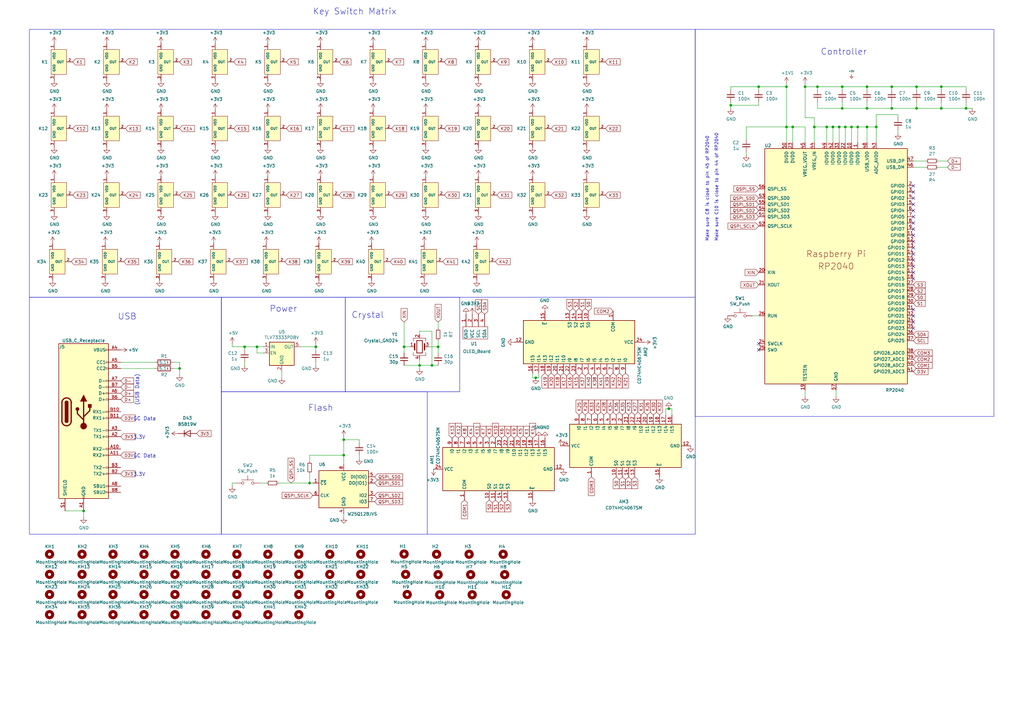
<source format=kicad_sch>
(kicad_sch (version 20230121) (generator eeschema)
  (paper "A3")
  (junction (at 129.54 142.24))
  (junction (at 339.09 52.07))
  (junction (at 346.71 52.07))
  (junction (at 140.97 186.69))
  (junction (at 219.71 154.94))
  (junction (at 34.29 209.55))
  (junction (at 127 198.12))
  (junction (at 355.6 35.56))
  (junction (at 140.97 180.34))
  (junction (at 311.15 35.56))
  (junction (at 165.735 142.24))
  (junction (at 335.28 35.56))
  (junction (at 325.12 52.07))
  (junction (at 351.79 52.07))
  (junction (at 274.32 167.64))
  (junction (at 334.01 52.07))
  (junction (at 344.17 52.07))
  (junction (at 396.24 44.45))
  (junction (at 73.66 151.13))
  (junction (at 322.58 52.07))
  (junction (at 330.2 35.56))
  (junction (at 375.92 44.45))
  (junction (at 375.92 35.56))
  (junction (at 365.76 35.56))
  (junction (at 322.58 35.56))
  (junction (at 172.085 149.86))
  (junction (at 299.72 43.18))
  (junction (at 105.41 142.24))
  (junction (at 355.6 44.45))
  (junction (at 386.08 35.56))
  (junction (at 100.33 142.24))
  (junction (at 345.44 35.56))
  (junction (at 355.6 52.07))
  (junction (at 349.25 52.07))
  (junction (at 177.165 149.86))
  (junction (at 365.76 44.45))
  (junction (at 359.41 52.07))
  (junction (at 341.63 52.07))
  (junction (at 386.08 44.45))
  (junction (at 179.705 142.24))
  (junction (at 345.44 44.45))
  (no_connect (at 374.65 86.36))
  (no_connect (at 374.65 88.9))
  (no_connect (at 374.65 114.3))
  (no_connect (at 374.65 134.62))
  (no_connect (at 311.15 143.51))
  (no_connect (at 374.65 129.54))
  (no_connect (at 374.65 101.6))
  (no_connect (at 374.65 106.68))
  (no_connect (at 374.65 104.14))
  (no_connect (at 374.65 93.98))
  (no_connect (at 311.15 140.97))
  (no_connect (at 374.65 111.76))
  (no_connect (at 374.65 109.22))
  (no_connect (at 374.65 76.2))
  (no_connect (at 374.65 81.28))
  (no_connect (at 374.65 127))
  (no_connect (at 374.65 83.82))
  (no_connect (at 374.65 78.74))
  (no_connect (at 374.65 96.52))
  (no_connect (at 374.65 99.06))
  (no_connect (at 374.65 132.08))
  (no_connect (at 374.65 91.44))
  (wire (pts (xy 165.735 132.08) (xy 165.735 142.24)))
  (wire (pts (xy 107.95 144.78) (xy 105.41 144.78)))
  (wire (pts (xy 306.07 52.07) (xy 322.58 52.07)))
  (wire (pts (xy 274.32 167.64) (xy 275.59 167.64)))
  (wire (pts (xy 355.6 35.56) (xy 365.76 35.56)))
  (wire (pts (xy 365.76 44.45) (xy 375.92 44.45)))
  (wire (pts (xy 345.44 44.45) (xy 335.28 44.45)))
  (wire (pts (xy 49.53 151.13) (xy 63.5 151.13)))
  (wire (pts (xy 308.61 129.54) (xy 311.15 129.54)))
  (wire (pts (xy 127 189.23) (xy 127 186.69)))
  (wire (pts (xy 177.165 149.86) (xy 172.085 149.86)))
  (wire (pts (xy 355.6 44.45) (xy 365.76 44.45)))
  (wire (pts (xy 349.25 58.42) (xy 349.25 52.07)))
  (wire (pts (xy 179.705 134.62) (xy 179.705 132.08)))
  (wire (pts (xy 322.58 52.07) (xy 322.58 58.42)))
  (wire (pts (xy 339.09 58.42) (xy 339.09 52.07)))
  (wire (pts (xy 355.6 41.91) (xy 355.6 44.45)))
  (wire (pts (xy 95.25 142.24) (xy 95.25 140.97)))
  (wire (pts (xy 396.24 41.91) (xy 396.24 44.45)))
  (wire (pts (xy 344.17 52.07) (xy 346.71 52.07)))
  (wire (pts (xy 355.6 58.42) (xy 355.6 52.07)))
  (wire (pts (xy 396.24 44.45) (xy 398.78 44.45)))
  (wire (pts (xy 107.95 142.24) (xy 105.41 142.24)))
  (wire (pts (xy 396.24 36.83) (xy 396.24 35.56)))
  (wire (pts (xy 365.76 41.91) (xy 365.76 44.45)))
  (wire (pts (xy 147.32 180.34) (xy 147.32 181.61)))
  (wire (pts (xy 95.25 198.12) (xy 96.52 198.12)))
  (wire (pts (xy 330.2 52.07) (xy 330.2 58.42)))
  (wire (pts (xy 384.81 68.58) (xy 388.62 68.58)))
  (wire (pts (xy 127 198.12) (xy 128.27 198.12)))
  (wire (pts (xy 73.66 151.13) (xy 73.66 153.67)))
  (wire (pts (xy 384.81 66.04) (xy 388.62 66.04)))
  (wire (pts (xy 346.71 58.42) (xy 346.71 52.07)))
  (wire (pts (xy 330.2 34.29) (xy 330.2 35.56)))
  (wire (pts (xy 334.01 52.07) (xy 339.09 52.07)))
  (wire (pts (xy 127 186.69) (xy 140.97 186.69)))
  (wire (pts (xy 95.25 142.24) (xy 100.33 142.24)))
  (wire (pts (xy 220.98 154.94) (xy 219.71 154.94)))
  (wire (pts (xy 129.54 142.24) (xy 129.54 143.51)))
  (wire (pts (xy 179.705 149.86) (xy 177.165 149.86)))
  (wire (pts (xy 172.085 135.89) (xy 177.165 135.89)))
  (wire (pts (xy 386.08 35.56) (xy 396.24 35.56)))
  (wire (pts (xy 311.15 36.83) (xy 311.15 35.56)))
  (wire (pts (xy 386.08 44.45) (xy 396.24 44.45)))
  (wire (pts (xy 26.67 209.55) (xy 34.29 209.55)))
  (wire (pts (xy 105.41 144.78) (xy 105.41 142.24)))
  (wire (pts (xy 179.705 142.24) (xy 179.705 139.7)))
  (wire (pts (xy 100.33 148.59) (xy 100.33 149.86)))
  (wire (pts (xy 306.07 62.23) (xy 306.07 63.5)))
  (wire (pts (xy 365.76 36.83) (xy 365.76 35.56)))
  (wire (pts (xy 386.08 36.83) (xy 386.08 35.56)))
  (wire (pts (xy 325.12 52.07) (xy 330.2 52.07)))
  (wire (pts (xy 71.12 148.59) (xy 73.66 148.59)))
  (wire (pts (xy 165.735 142.24) (xy 165.735 144.78)))
  (wire (pts (xy 172.085 137.16) (xy 172.085 135.89)))
  (wire (pts (xy 345.44 35.56) (xy 355.6 35.56)))
  (wire (pts (xy 147.32 186.69) (xy 147.32 187.96)))
  (wire (pts (xy 218.44 154.94) (xy 219.71 154.94)))
  (wire (pts (xy 140.97 180.34) (xy 140.97 179.07)))
  (wire (pts (xy 63.5 148.59) (xy 49.53 148.59)))
  (wire (pts (xy 355.6 52.07) (xy 359.41 52.07)))
  (wire (pts (xy 299.72 43.18) (xy 311.15 43.18)))
  (wire (pts (xy 322.58 35.56) (xy 322.58 52.07)))
  (wire (pts (xy 322.58 52.07) (xy 325.12 52.07)))
  (wire (pts (xy 359.41 52.07) (xy 359.41 58.42)))
  (wire (pts (xy 177.165 135.89) (xy 177.165 149.86)))
  (wire (pts (xy 73.66 148.59) (xy 73.66 151.13)))
  (wire (pts (xy 218.44 153.035) (xy 218.44 154.94)))
  (wire (pts (xy 344.17 58.42) (xy 344.17 52.07)))
  (wire (pts (xy 140.97 210.82) (xy 140.97 212.09)))
  (wire (pts (xy 351.79 58.42) (xy 351.79 52.07)))
  (wire (pts (xy 299.72 35.56) (xy 311.15 35.56)))
  (wire (pts (xy 100.33 142.24) (xy 105.41 142.24)))
  (wire (pts (xy 175.895 142.24) (xy 179.705 142.24)))
  (wire (pts (xy 140.97 180.34) (xy 147.32 180.34)))
  (wire (pts (xy 311.15 35.56) (xy 322.58 35.56)))
  (wire (pts (xy 345.44 41.91) (xy 345.44 44.45)))
  (wire (pts (xy 179.705 142.24) (xy 179.705 144.78)))
  (wire (pts (xy 335.28 36.83) (xy 335.28 35.56)))
  (wire (pts (xy 349.25 52.07) (xy 351.79 52.07)))
  (wire (pts (xy 322.58 34.29) (xy 322.58 35.56)))
  (wire (pts (xy 365.76 35.56) (xy 375.92 35.56)))
  (wire (pts (xy 334.01 58.42) (xy 334.01 52.07)))
  (wire (pts (xy 335.28 35.56) (xy 345.44 35.56)))
  (wire (pts (xy 100.33 143.51) (xy 100.33 142.24)))
  (wire (pts (xy 165.735 149.86) (xy 172.085 149.86)))
  (wire (pts (xy 374.65 66.04) (xy 379.73 66.04)))
  (wire (pts (xy 311.15 43.18) (xy 311.15 41.91)))
  (wire (pts (xy 334.01 52.07) (xy 334.01 48.26)))
  (wire (pts (xy 275.59 167.64) (xy 275.59 170.18)))
  (wire (pts (xy 386.08 41.91) (xy 386.08 44.45)))
  (wire (pts (xy 140.97 186.69) (xy 140.97 190.5)))
  (wire (pts (xy 220.98 153.035) (xy 220.98 154.94)))
  (wire (pts (xy 71.12 151.13) (xy 73.66 151.13)))
  (wire (pts (xy 299.72 36.83) (xy 299.72 35.56)))
  (wire (pts (xy 129.54 140.97) (xy 129.54 142.24)))
  (wire (pts (xy 339.09 52.07) (xy 341.63 52.07)))
  (wire (pts (xy 345.44 44.45) (xy 355.6 44.45)))
  (wire (pts (xy 346.71 52.07) (xy 349.25 52.07)))
  (wire (pts (xy 374.65 68.58) (xy 379.73 68.58)))
  (wire (pts (xy 127 194.31) (xy 127 198.12)))
  (wire (pts (xy 375.92 36.83) (xy 375.92 35.56)))
  (wire (pts (xy 172.085 147.32) (xy 172.085 149.86)))
  (wire (pts (xy 359.41 46.99) (xy 359.41 52.07)))
  (wire (pts (xy 355.6 36.83) (xy 355.6 35.56)))
  (wire (pts (xy 115.57 152.4) (xy 115.57 154.94)))
  (wire (pts (xy 375.92 35.56) (xy 386.08 35.56)))
  (wire (pts (xy 359.41 46.99) (xy 368.3 46.99)))
  (wire (pts (xy 123.19 142.24) (xy 129.54 142.24)))
  (wire (pts (xy 299.72 41.91) (xy 299.72 43.18)))
  (wire (pts (xy 106.68 198.12) (xy 109.22 198.12)))
  (wire (pts (xy 375.92 44.45) (xy 386.08 44.45)))
  (wire (pts (xy 334.01 48.26) (xy 330.2 48.26)))
  (wire (pts (xy 375.92 41.91) (xy 375.92 44.45)))
  (wire (pts (xy 114.3 198.12) (xy 127 198.12)))
  (wire (pts (xy 140.97 186.69) (xy 140.97 180.34)))
  (wire (pts (xy 345.44 36.83) (xy 345.44 35.56)))
  (wire (pts (xy 129.54 148.59) (xy 129.54 149.86)))
  (wire (pts (xy 341.63 58.42) (xy 341.63 52.07)))
  (wire (pts (xy 351.79 52.07) (xy 355.6 52.07)))
  (wire (pts (xy 342.9 160.02) (xy 342.9 162.56)))
  (wire (pts (xy 172.085 149.86) (xy 172.085 151.13)))
  (wire (pts (xy 34.29 209.55) (xy 34.29 212.09)))
  (wire (pts (xy 168.275 142.24) (xy 165.735 142.24)))
  (wire (pts (xy 330.2 48.26) (xy 330.2 35.56)))
  (wire (pts (xy 273.05 167.64) (xy 273.05 170.18)))
  (wire (pts (xy 330.2 35.56) (xy 335.28 35.56)))
  (wire (pts (xy 330.2 160.02) (xy 330.2 162.56)))
  (wire (pts (xy 341.63 52.07) (xy 344.17 52.07)))
  (wire (pts (xy 368.3 48.26) (xy 368.3 46.99)))
  (wire (pts (xy 299.72 43.18) (xy 299.72 44.45)))
  (wire (pts (xy 325.12 52.07) (xy 325.12 58.42)))
  (wire (pts (xy 274.32 167.64) (xy 273.05 167.64)))
  (wire (pts (xy 95.25 198.12) (xy 95.25 199.39)))
  (wire (pts (xy 335.28 41.91) (xy 335.28 44.45)))
  (wire (pts (xy 368.3 53.34) (xy 368.3 54.61)))
  (wire (pts (xy 306.07 57.15) (xy 306.07 52.07)))
  (rectangle (start 90.805 121.92) (end 141.605 160.655))
  (rectangle (start 141.605 121.92) (end 188.595 160.655))
  (rectangle (start 285.115 121.92) (end 285.115 219.075))
  (rectangle (start 12.065 121.92) (end 90.805 219.075))
  (rectangle (start 285.115 12.065) (end 407.67 170.815))
  (rectangle (start 175.26 219.075) (end 285.115 219.075))
  (rectangle (start 90.805 160.655) (end 175.26 219.075))
  (rectangle (start 12.065 12.065) (end 285.115 121.92))
  (text "GC Data" (at 54.61 187.96 0) (effects (font (size 1.4986 1.4986)) (justify left bottom)))
  (text "Controller" (at 336.55 22.86 0) (effects (font (size 2.54 2.54)) (justify left bottom)))
  (text "Flash" (at 126.365 168.91 0) (effects (font (size 2.54 2.54)) (justify left bottom)))
  (text "Power" (at 110.49 128.27 0) (effects (font (size 2.54 2.54)) (justify left bottom)))
  (text "GC Data" (at 54.61 172.72 0) (effects (font (size 1.4986 1.4986)) (justify left bottom)))
  (text "3.3V" (at 54.61 195.58 0) (effects (font (size 1.4986 1.4986)) (justify left bottom)))
  (text "(USB Data)" (at 57.15 166.37 90) (effects (font (size 1.4986 1.4986)) (justify left bottom)))
  (text "Make sure C10 is close to pin 44 of RP2040" (at 294.64 99.06 90) (effects (font (size 1.27 1.27)) (justify left bottom)))
  (text "Key Switch Matrix" (at 128.27 6.35 0) (effects (font (size 2.54 2.54)) (justify left bottom)))
  (text "Crystal" (at 144.145 130.81 0) (effects (font (size 2.54 2.54)) (justify left bottom)))
  (text "USB\n" (at 48.26 131.445 0) (effects (font (size 2.54 2.54)) (justify left bottom)))
  (text "Make sure C8 is close to pin 45 of RP2040" (at 290.83 99.06 90) (effects (font (size 1.27 1.27)) (justify left bottom)))
  (text "3.3V" (at 54.61 180.34 0) (effects (font (size 1.4986 1.4986)) (justify left bottom)))
  (global_label "K3" (shape input) (at 200.66 179.705 90) (property "Intersheetrefs" "${INTERSHEET_REFS}" (effects hide)))
  (global_label "K35" (shape input) (at 50.8 107.315 0) (property "Intersheetrefs" "${INTERSHEET_REFS}" (effects hide)))
  (global_label "K19" (shape input) (at 223.52 153.035 270) (property "Intersheetrefs" "${INTERSHEET_REFS}" (effects hide)))
  (global_label "K5" (shape input) (at 117.475 25.4 0) (property "Intersheetrefs" "${INTERSHEET_REFS}" (effects hide)))
  (global_label "D3V" (shape input) (at 49.53 186.69 0) (property "Intersheetrefs" "${INTERSHEET_REFS}" (effects hide)))
  (global_label "K2" (shape input) (at 51.435 25.4 0) (property "Intersheetrefs" "${INTERSHEET_REFS}" (effects hide)))
  (global_label "K20" (shape input) (at 203.835 52.705 0) (property "Intersheetrefs" "${INTERSHEET_REFS}" (effects hide)))
  (global_label "K10" (shape input) (at 226.06 25.4 0) (property "Intersheetrefs" "${INTERSHEET_REFS}" (effects hide)))
  (global_label "QSPI_SD0" (shape input) (at 311.15 81.28 180) (property "Intersheetrefs" "${INTERSHEET_REFS}" (effects hide)))
  (global_label "K33" (shape input) (at 248.285 80.01 0) (property "Intersheetrefs" "${INTERSHEET_REFS}" (effects hide)))
  (global_label "K12" (shape input) (at 29.845 52.705 0) (property "Intersheetrefs" "${INTERSHEET_REFS}" (effects hide)))
  (global_label "K28" (shape input) (at 139.065 80.01 0) (property "Intersheetrefs" "${INTERSHEET_REFS}" (effects hide)))
  (global_label "K7" (shape input) (at 198.12 179.705 90) (property "Intersheetrefs" "${INTERSHEET_REFS}" (effects hide)))
  (global_label "K5" (shape input) (at 213.36 179.705 90) (property "Intersheetrefs" "${INTERSHEET_REFS}" (effects hide)))
  (global_label "K34" (shape input) (at 250.19 170.18 90) (property "Intersheetrefs" "${INTERSHEET_REFS}" (effects hide)))
  (global_label "SCL" (shape input) (at 374.65 139.7 0) (property "Intersheetrefs" "${INTERSHEET_REFS}" (effects hide)))
  (global_label "K3" (shape input) (at 73.66 25.4 0) (property "Intersheetrefs" "${INTERSHEET_REFS}" (effects hide)))
  (global_label "S1" (shape input) (at 255.27 195.58 270) (property "Intersheetrefs" "${INTERSHEET_REFS}" (effects hide)))
  (global_label "K30" (shape input) (at 182.245 80.01 0) (property "Intersheetrefs" "${INTERSHEET_REFS}" (effects hide)))
  (global_label "S0" (shape input) (at 374.65 121.92 0) (property "Intersheetrefs" "${INTERSHEET_REFS}" (effects hide)))
  (global_label "QSPI_SD0" (shape input) (at 153.67 195.58 0) (property "Intersheetrefs" "${INTERSHEET_REFS}" (effects hide)))
  (global_label "XIN" (shape input) (at 311.15 111.76 180) (property "Intersheetrefs" "${INTERSHEET_REFS}" (effects hide)))
  (global_label "S0" (shape input) (at 252.73 195.58 270) (property "Intersheetrefs" "${INTERSHEET_REFS}" (effects hide)))
  (global_label "K41" (shape input) (at 181.61 107.315 0) (property "Intersheetrefs" "${INTERSHEET_REFS}" (effects hide)))
  (global_label "3V3" (shape input) (at 80.645 177.8 0) (property "Intersheetrefs" "${INTERSHEET_REFS}" (effects hide)))
  (global_label "K13" (shape input) (at 51.435 52.705 0) (property "Intersheetrefs" "${INTERSHEET_REFS}" (effects hide)))
  (global_label "K34" (shape input) (at 29.21 107.315 0) (property "Intersheetrefs" "${INTERSHEET_REFS}" (effects hide)))
  (global_label "S0" (shape input) (at 200.66 205.105 270) (property "Intersheetrefs" "${INTERSHEET_REFS}" (effects hide)))
  (global_label "K9" (shape input) (at 210.82 179.705 90) (property "Intersheetrefs" "${INTERSHEET_REFS}" (effects hide)))
  (global_label "K9" (shape input) (at 203.835 25.4 0) (property "Intersheetrefs" "${INTERSHEET_REFS}" (effects hide)))
  (global_label "S0" (shape input) (at 241.3 127.635 90) (property "Intersheetrefs" "${INTERSHEET_REFS}" (effects hide)))
  (global_label "K8" (shape input) (at 182.245 25.4 0) (property "Intersheetrefs" "${INTERSHEET_REFS}" (effects hide)))
  (global_label "K6" (shape input) (at 139.065 25.4 0) (property "Intersheetrefs" "${INTERSHEET_REFS}" (effects hide)))
  (global_label "K7" (shape input) (at 160.655 25.4 0) (property "Intersheetrefs" "${INTERSHEET_REFS}" (effects hide)))
  (global_label "S2" (shape input) (at 374.65 119.38 0) (property "Intersheetrefs" "${INTERSHEET_REFS}" (effects hide)))
  (global_label "K23" (shape input) (at 29.845 80.01 0) (property "Intersheetrefs" "${INTERSHEET_REFS}" (effects hide)))
  (global_label "K42" (shape input) (at 203.2 107.315 0) (property "Intersheetrefs" "${INTERSHEET_REFS}" (effects hide)))
  (global_label "K32" (shape input) (at 226.06 80.01 0) (property "Intersheetrefs" "${INTERSHEET_REFS}" (effects hide)))
  (global_label "COM1" (shape input) (at 190.5 205.105 270) (property "Intersheetrefs" "${INTERSHEET_REFS}" (effects hide)))
  (global_label "K25" (shape input) (at 73.66 80.01 0) (property "Intersheetrefs" "${INTERSHEET_REFS}" (effects hide)))
  (global_label "S2" (shape input) (at 257.81 195.58 270) (property "Intersheetrefs" "${INTERSHEET_REFS}" (effects hide)))
  (global_label "S1" (shape input) (at 203.2 205.105 270) (property "Intersheetrefs" "${INTERSHEET_REFS}" (effects hide)))
  (global_label "QSPI_SS" (shape input) (at 311.15 77.47 180) (property "Intersheetrefs" "${INTERSHEET_REFS}" (effects hide)))
  (global_label "K10" (shape input) (at 203.2 179.705 90) (property "Intersheetrefs" "${INTERSHEET_REFS}" (effects hide)))
  (global_label "K28" (shape input) (at 247.65 170.18 90) (property "Intersheetrefs" "${INTERSHEET_REFS}" (effects hide)))
  (global_label "K40" (shape input) (at 241.3 153.035 270) (property "Intersheetrefs" "${INTERSHEET_REFS}" (effects hide)))
  (global_label "COM1" (shape input) (at 374.65 149.86 0) (property "Intersheetrefs" "${INTERSHEET_REFS}" (effects hide)))
  (global_label "K38" (shape input) (at 116.84 107.315 0) (property "Intersheetrefs" "${INTERSHEET_REFS}" (effects hide)))
  (global_label "XOUT" (shape input) (at 179.705 132.08 90) (property "Intersheetrefs" "${INTERSHEET_REFS}" (effects hide)))
  (global_label "COM2" (shape input) (at 374.65 147.32 0) (property "Intersheetrefs" "${INTERSHEET_REFS}" (effects hide)))
  (global_label "QSPI_SD1" (shape input) (at 311.15 83.82 180) (property "Intersheetrefs" "${INTERSHEET_REFS}" (effects hide)))
  (global_label "K29" (shape input) (at 160.655 80.01 0) (property "Intersheetrefs" "${INTERSHEET_REFS}" (effects hide)))
  (global_label "S2" (shape input) (at 205.74 205.105 270) (property "Intersheetrefs" "${INTERSHEET_REFS}" (effects hide)))
  (global_label "D+" (shape input) (at 388.62 66.04 0) (property "Intersheetrefs" "${INTERSHEET_REFS}" (effects hide)))
  (global_label "S3" (shape input) (at 233.68 127.635 90) (property "Intersheetrefs" "${INTERSHEET_REFS}" (effects hide)))
  (global_label "S2" (shape input) (at 236.22 127.635 90) (property "Intersheetrefs" "${INTERSHEET_REFS}" (effects hide)))
  (global_label "K6" (shape input) (at 205.74 179.705 90) (property "Intersheetrefs" "${INTERSHEET_REFS}" (effects hide)))
  (global_label "QSPI_SCLK" (shape input) (at 128.27 203.2 180) (property "Intersheetrefs" "${INTERSHEET_REFS}" (effects hide)))
  (global_label "K39" (shape input) (at 138.43 107.315 0) (property "Intersheetrefs" "${INTERSHEET_REFS}" (effects hide)))
  (global_label "K42" (shape input) (at 251.46 153.035 270) (property "Intersheetrefs" "${INTERSHEET_REFS}" (effects hide)))
  (global_label "K30" (shape input) (at 267.97 170.18 90) (property "Intersheetrefs" "${INTERSHEET_REFS}" (effects hide)))
  (global_label "K24" (shape input) (at 245.11 170.18 90) (property "Intersheetrefs" "${INTERSHEET_REFS}" (effects hide)))
  (global_label "K26" (shape input) (at 95.885 80.01 0) (property "Intersheetrefs" "${INTERSHEET_REFS}" (effects hide)))
  (global_label "D3V" (shape input) (at 49.53 171.45 0) (property "Intersheetrefs" "${INTERSHEET_REFS}" (effects hide)))
  (global_label "XOUT" (shape input) (at 311.15 116.84 180) (property "Intersheetrefs" "${INTERSHEET_REFS}" (effects hide)))
  (global_label "K17" (shape input) (at 231.14 153.035 270) (property "Intersheetrefs" "${INTERSHEET_REFS}" (effects hide)))
  (global_label "K27" (shape input) (at 260.35 170.18 90) (property "Intersheetrefs" "${INTERSHEET_REFS}" (effects hide)))
  (global_label "K24" (shape input) (at 51.435 80.01 0) (property "Intersheetrefs" "${INTERSHEET_REFS}" (effects hide)))
  (global_label "K4" (shape input) (at 95.885 25.4 0) (property "Intersheetrefs" "${INTERSHEET_REFS}" (effects hide)))
  (global_label "K22" (shape input) (at 254 153.035 270) (property "Intersheetrefs" "${INTERSHEET_REFS}" (effects hide)))
  (global_label "K31" (shape input) (at 262.89 170.18 90) (property "Intersheetrefs" "${INTERSHEET_REFS}" (effects hide)))
  (global_label "K19" (shape input) (at 182.245 52.705 0) (property "Intersheetrefs" "${INTERSHEET_REFS}" (effects hide)))
  (global_label "QSPI_SS" (shape input) (at 119.38 198.12 90) (property "Intersheetrefs" "${INTERSHEET_REFS}" (effects hide)))
  (global_label "K23" (shape input) (at 257.81 170.18 90) (property "Intersheetrefs" "${INTERSHEET_REFS}" (effects hide)))
  (global_label "K36" (shape input) (at 252.73 170.18 90) (property "Intersheetrefs" "${INTERSHEET_REFS}" (effects hide)))
  (global_label "K35" (shape input) (at 255.27 170.18 90) (property "Intersheetrefs" "${INTERSHEET_REFS}" (effects hide)))
  (global_label "S1" (shape input) (at 238.76 127.635 90) (property "Intersheetrefs" "${INTERSHEET_REFS}" (effects hide)))
  (global_label "K32" (shape input) (at 270.51 170.18 90) (property "Intersheetrefs" "${INTERSHEET_REFS}" (effects hide)))
  (global_label "QSPI_SCLK" (shape input) (at 311.15 92.71 180) (property "Intersheetrefs" "${INTERSHEET_REFS}" (effects hide)))
  (global_label "K33" (shape input) (at 242.57 170.18 90) (property "Intersheetrefs" "${INTERSHEET_REFS}" (effects hide)))
  (global_label "K2" (shape input) (at 208.28 179.705 90) (property "Intersheetrefs" "${INTERSHEET_REFS}" (effects hide)))
  (global_label "K18" (shape input) (at 228.6 153.035 270) (property "Intersheetrefs" "${INTERSHEET_REFS}" (effects hide)))
  (global_label "K27" (shape input) (at 117.475 80.01 0) (property "Intersheetrefs" "${INTERSHEET_REFS}" (effects hide)))
  (global_label "SCL" (shape input) (at 196.215 128.905 90) (property "Intersheetrefs" "${INTERSHEET_REFS}" (effects hide)))
  (global_label "SDA" (shape input) (at 198.755 128.905 90) (property "Intersheetrefs" "${INTERSHEET_REFS}" (effects hide)))
  (global_label "QSPI_SD1" (shape input) (at 153.67 198.12 0) (property "Intersheetrefs" "${INTERSHEET_REFS}" (effects hide)))
  (global_label "K8" (shape input) (at 190.5 179.705 90) (property "Intersheetrefs" "${INTERSHEET_REFS}" (effects hide)))
  (global_label "K22" (shape input) (at 248.285 52.705 0) (property "Intersheetrefs" "${INTERSHEET_REFS}" (effects hide)))
  (global_label "K39" (shape input) (at 248.92 153.035 270) (property "Intersheetrefs" "${INTERSHEET_REFS}" (effects hide)))
  (global_label "K21" (shape input) (at 256.54 153.035 270) (property "Intersheetrefs" "${INTERSHEET_REFS}" (effects hide)))
  (global_label "D+" (shape input) (at 49.53 163.83 0) (property "Intersheetrefs" "${INTERSHEET_REFS}" (effects hide)))
  (global_label "K11" (shape input) (at 195.58 179.705 90) (property "Intersheetrefs" "${INTERSHEET_REFS}" (effects hide)))
  (global_label "K4" (shape input) (at 193.04 179.705 90) (property "Intersheetrefs" "${INTERSHEET_REFS}" (effects hide)))
  (global_label "K25" (shape input) (at 237.49 170.18 90) (property "Intersheetrefs" "${INTERSHEET_REFS}" (effects hide)))
  (global_label "K1" (shape input) (at 215.9 179.705 90) (property "Intersheetrefs" "${INTERSHEET_REFS}" (effects hide)))
  (global_label "D-" (shape input) (at 388.62 68.58 0) (property "Intersheetrefs" "${INTERSHEET_REFS}" (effects hide)))
  (global_label "COM3" (shape input) (at 374.65 144.78 0) (property "Intersheetrefs" "${INTERSHEET_REFS}" (effects hide)))
  (global_label "K17" (shape input) (at 139.065 52.705 0) (property "Intersheetrefs" "${INTERSHEET_REFS}" (effects hide)))
  (global_label "K26" (shape input) (at 265.43 170.18 90) (property "Intersheetrefs" "${INTERSHEET_REFS}" (effects hide)))
  (global_label "K36" (shape input) (at 73.025 107.315 0) (property "Intersheetrefs" "${INTERSHEET_REFS}" (effects hide)))
  (global_label "K20" (shape input) (at 226.06 153.035 270) (property "Intersheetrefs" "${INTERSHEET_REFS}" (effects hide)))
  (global_label "D-" (shape input) (at 49.53 156.21 0) (property "Intersheetrefs" "${INTERSHEET_REFS}" (effects hide)))
  (global_label "K29" (shape input) (at 240.03 170.18 90) (property "Intersheetrefs" "${INTERSHEET_REFS}" (effects hide)))
  (global_label "K14" (shape input) (at 218.44 179.705 90) (property "Intersheetrefs" "${INTERSHEET_REFS}" (effects hide)))
  (global_label "SDA" (shape input) (at 374.65 137.16 0) (property "Intersheetrefs" "${INTERSHEET_REFS}" (effects hide)))
  (global_label "K21" (shape input) (at 226.06 52.705 0) (property "Intersheetrefs" "${INTERSHEET_REFS}" (effects hide)))
  (global_label "K16" (shape input) (at 117.475 52.705 0) (property "Intersheetrefs" "${INTERSHEET_REFS}" (effects hide)))
  (global_label "D+" (shape input) (at 49.53 161.29 0) (property "Intersheetrefs" "${INTERSHEET_REFS}" (effects hide)))
  (global_label "K14" (shape input) (at 73.66 52.705 0) (property "Intersheetrefs" "${INTERSHEET_REFS}" (effects hide)))
  (global_label "K16" (shape input) (at 233.68 153.035 270) (property "Intersheetrefs" "${INTERSHEET_REFS}" (effects hide)))
  (global_label "S3" (shape input) (at 208.28 205.105 270) (property "Intersheetrefs" "${INTERSHEET_REFS}" (effects hide)))
  (global_label "K11" (shape input) (at 248.285 25.4 0) (property "Intersheetrefs" "${INTERSHEET_REFS}" (effects hide)))
  (global_label "K1" (shape input) (at 29.845 25.4 0) (property "Intersheetrefs" "${INTERSHEET_REFS}" (effects hide)))
  (global_label "QSPI_SD3" (shape input) (at 153.67 205.74 0) (property "Intersheetrefs" "${INTERSHEET_REFS}" (effects hide)))
  (global_label "3V3" (shape input) (at 49.53 179.07 0) (property "Intersheetrefs" "${INTERSHEET_REFS}" (effects hide)))
  (global_label "K18" (shape input) (at 160.655 52.705 0) (property "Intersheetrefs" "${INTERSHEET_REFS}" (effects hide)))
  (global_label "D3V" (shape input) (at 374.65 152.4 0) (property "Intersheetrefs" "${INTERSHEET_REFS}" (effects hide)))
  (global_label "K15" (shape input) (at 236.22 153.035 270) (property "Intersheetrefs" "${INTERSHEET_REFS}" (effects hide)))
  (global_label "3V3" (shape input) (at 49.53 194.31 0) (property "Intersheetrefs" "${INTERSHEET_REFS}" (effects hide)))
  (global_label "QSPI_SD2" (shape input) (at 311.15 86.36 180) (property "Intersheetrefs" "${INTERSHEET_REFS}" (effects hide)))
  (global_label "COM3" (shape input) (at 242.57 195.58 270) (property "Intersheetrefs" "${INTERSHEET_REFS}" (effects hide)))
  (global_label "K12" (shape input) (at 187.96 179.705 90) (property "Intersheetrefs" "${INTERSHEET_REFS}" (effects hide)))
  (global_label "K40" (shape input) (at 160.02 107.315 0) (property "Intersheetrefs" "${INTERSHEET_REFS}" (effects hide)))
  (global_label "S1" (shape input) (at 374.65 124.46 0) (property "Intersheetrefs" "${INTERSHEET_REFS}" (effects hide)))
  (global_label "K38" (shape input) (at 243.84 153.035 270) (property "Intersheetrefs" "${INTERSHEET_REFS}" (effects hide)))
  (global_label "COM2" (shape input) (at 251.46 127.635 180) (property "Intersheetrefs" "${INTERSHEET_REFS}" (effects hide)))
  (global_label "K15" (shape input) (at 95.885 52.705 0) (property "Intersheetrefs" "${INTERSHEET_REFS}" (effects hide)))
  (global_label "S3" (shape input) (at 374.65 116.84 0) (property "Intersheetrefs" "${INTERSHEET_REFS}" (effects hide)))
  (global_label "D-" (shape input) (at 49.53 158.75 0) (property "Intersheetrefs" "${INTERSHEET_REFS}" (effects hide)))
  (global_label "K31" (shape input) (at 203.835 80.01 0) (property "Intersheetrefs" "${INTERSHEET_REFS}" (effects hide)))
  (global_label "XIN" (shape input) (at 165.735 132.08 90) (property "Intersheetrefs" "${INTERSHEET_REFS}" (effects hide)))
  (global_label "S3" (shape input) (at 260.35 195.58 270) (property "Intersheetrefs" "${INTERSHEET_REFS}" (effects hide)))
  (global_label "K13" (shape input) (at 185.42 179.705 90) (property "Intersheetrefs" "${INTERSHEET_REFS}" (effects hide)))
  (global_label "K37" (shape input) (at 95.25 107.315 0) (property "Intersheetrefs" "${INTERSHEET_REFS}" (effects hide)))
  (global_label "K37" (shape input) (at 238.76 153.035 270) (property "Intersheetrefs" "${INTERSHEET_REFS}" (effects hide)))
  (global_label "K41" (shape input) (at 246.38 153.035 270) (property "Intersheetrefs" "${INTERSHEET_REFS}" (effects hide)))
  (global_label "QSPI_SD2" (shape input) (at 153.67 203.2 0) (property "Intersheetrefs" "${INTERSHEET_REFS}" (effects hide)))
  (global_label "QSPI_SD3" (shape input) (at 311.15 88.9 180) (property "Intersheetrefs" "${INTERSHEET_REFS}" (effects hide)))
  (symbol (lib_id "74xx:CD74HC4067SM") (at 255.27 182.88 90) (unit 1)
    (property "Reference" "AM3" (at 255.905 205.74 90))
    (property "Value" "CD74HC4067SM" (at 255.905 208.28 90))
    (property "Footprint" "Package_SO:SSOP-24_5.3x8.2mm_P0.65mm" (effects hide))
    (property "Datasheet" "http://www.ti.com/lit/ds/symlink/cd74hc4067.pdf" (effects hide))
  )
  (symbol (lib_id "Device:R_Small") (at 179.705 137.16 180) (unit 1)
    (property "Reference" "R7" (at 184.9628 137.16 90))
    (property "Value" "1k" (at 182.6514 137.16 90))
    (property "Footprint" "Resistor_SMD:R_0402_1005Metric" (effects hide))
    (property "LCSC" "C11702" (effects hide))
  )
  (symbol (lib_id "power:GND") (at 368.3 54.61 0) (unit 1)
    (property "Reference" "#PWR026" (effects hide))
    (property "Value" "GND" (at 368.427 59.0042 0))
  )
  (symbol (lib_id "Mechanical:MountingHole") (at 20.32 243.84 0) (unit 1)
    (property "Reference" "KH23" (at 18.415 240.665 0) (effects (justify left)))
    (property "Value" "MountingHole" (at 14.605 247.015 0) (effects (justify left)))
    (property "Footprint" "3-0-Schema:Reference" (effects hide))
  )
  (symbol (lib_id "power:GND") (at 195.58 114.935 0) (unit 1)
    (property "Reference" "#PWR0123" (effects hide))
    (property "Value" "GND" (at 195.707 119.3292 0))
  )
  (symbol (lib_id "power:GND") (at 283.21 182.88 0) (unit 1)
    (property "Reference" "#PWR013" (effects hide))
    (property "Value" "GND" (at 283.337 187.2742 0))
  )
  (symbol (lib_id "HallEffect49e:Hall_Sensor") (at 24.765 25.4 0) (unit 1)
    (property "Reference" "K1" (at 19.685 25.3999 0) (effects (justify right)))
    (property "Value" "Hall_Sensor" (effects hide))
    (property "Footprint" "Package_TO_SOT_SMD:SOT-23" (effects hide))
    (property "LCSC Part" "C266230" (effects hide))
    (property "MPN" "GH39FKSW" (effects hide))
    (property "Notes" "Alternate part: OH49E-S (C85573)" (effects hide))
  )
  (symbol (lib_id "power:+3V3") (at 43.815 17.78 0) (unit 1)
    (property "Reference" "#PWR042" (effects hide))
    (property "Value" "+3V3" (at 44.196 13.3858 0))
  )
  (symbol (lib_id "power:+3V3") (at 152.4 99.695 0) (unit 1)
    (property "Reference" "#PWR0118" (effects hide))
    (property "Value" "+3V3" (at 152.781 95.3008 0))
  )
  (symbol (lib_id "Mechanical:MountingHole") (at 20.32 252.095 0) (unit 1)
    (property "Reference" "KH34" (at 18.415 248.92 0) (effects (justify left)))
    (property "Value" "MountingHole" (at 14.605 255.27 0) (effects (justify left)))
    (property "Footprint" "3-0-Schema:Reference" (effects hide))
  )
  (symbol (lib_id "RP2040:RP2040") (at 342.9 109.22 0) (unit 1)
    (property "Reference" "U2" (at 314.96 59.69 0))
    (property "Value" "RP2040" (at 367.03 160.02 0))
    (property "Footprint" "RP2040:RP2040-QFN-56" (effects hide))
    (property "LCSC" "C2040" (effects hide))
  )
  (symbol (lib_id "HallEffect49e:Hall_Sensor") (at 46.355 25.4 0) (unit 1)
    (property "Reference" "K2" (at 41.275 25.3999 0) (effects (justify right)))
    (property "Value" "Hall_Sensor" (effects hide))
    (property "Footprint" "Package_TO_SOT_SMD:SOT-23" (effects hide))
    (property "LCSC Part" "C266230" (effects hide))
    (property "MPN" "GH39FKSW" (effects hide))
    (property "Notes" "Alternate part: OH49E-S (C85573)" (effects hide))
  )
  (symbol (lib_id "Mechanical:MountingHole") (at 135.255 235.585 0) (unit 1)
    (property "Reference" "KH21" (at 133.35 232.41 0) (effects (justify left)))
    (property "Value" "MountingHole" (at 129.54 238.76 0) (effects (justify left)))
    (property "Footprint" "3-0-Schema:Reference" (effects hide))
  )
  (symbol (lib_id "Mechanical:MountingHole") (at 206.375 227.33 0) (unit 1)
    (property "Reference" "H4" (at 204.47 224.155 0) (effects (justify left)))
    (property "Value" "MountingHole" (at 200.66 230.505 0) (effects (justify left)))
    (property "Footprint" "MountingHole:MountingHole_3.2mm_M3" (effects hide))
  )
  (symbol (lib_id "Mechanical:MountingHole") (at 109.855 252.095 0) (unit 1)
    (property "Reference" "KH41" (at 107.95 248.92 0) (effects (justify left)))
    (property "Value" "MountingHole" (at 104.14 255.27 0) (effects (justify left)))
    (property "Footprint" "3-0-Schema:Reference" (effects hide))
  )
  (symbol (lib_id "HallEffect49e:Hall_Sensor") (at 133.35 107.315 0) (unit 1)
    (property "Reference" "K39" (at 128.27 107.3149 0) (effects (justify right)))
    (property "Value" "Hall_Sensor" (effects hide))
    (property "Footprint" "Package_TO_SOT_SMD:SOT-23" (effects hide))
    (property "LCSC Part" "C266230" (effects hide))
    (property "MPN" "GH39FKSW" (effects hide))
    (property "Notes" "Alternate part: OH49E-S (C85573)" (effects hide))
  )
  (symbol (lib_id "power:+3V3") (at 73.025 177.8 90) (unit 1)
    (property "Reference" "#PWR037" (effects hide))
    (property "Value" "+3V3" (at 68.6308 177.419 0))
  )
  (symbol (lib_id "Switch:SW_Push") (at 101.6 198.12 0) (unit 1)
    (property "Reference" "SW2" (at 101.6 190.881 0))
    (property "Value" "SW_Push" (at 101.6 193.1924 0))
    (property "Footprint" "kicad-open:TS-1187A-B-A-B" (effects hide))
    (property "LCSC" "C271750" (effects hide))
  )
  (symbol (lib_id "power:GND") (at 218.44 60.325 0) (unit 1)
    (property "Reference" "#PWR081" (effects hide))
    (property "Value" "GND" (at 218.567 64.7192 0))
  )
  (symbol (lib_id "HallEffect49e:Hall_Sensor") (at 45.72 107.315 0) (unit 1)
    (property "Reference" "K35" (at 40.64 107.3149 0) (effects (justify right)))
    (property "Value" "Hall_Sensor" (effects hide))
    (property "Footprint" "Package_TO_SOT_SMD:SOT-23" (effects hide))
    (property "LCSC Part" "C266230" (effects hide))
    (property "MPN" "GH39FKSW" (effects hide))
    (property "Notes" "Alternate part: OH49E-S (C85573)" (effects hide))
  )
  (symbol (lib_id "power:+3V3") (at 131.445 72.39 0) (unit 1)
    (property "Reference" "#PWR094" (effects hide))
    (property "Value" "+3V3" (at 131.826 67.9958 0))
  )
  (symbol (lib_id "power:GND") (at 88.265 60.325 0) (unit 1)
    (property "Reference" "#PWR069" (effects hide))
    (property "Value" "GND" (at 88.392 64.7192 0))
  )
  (symbol (lib_id "Mechanical:MountingHole") (at 33.655 243.84 0) (unit 1)
    (property "Reference" "KH24" (at 31.75 240.665 0) (effects (justify left)))
    (property "Value" "MountingHole" (at 27.94 247.015 0) (effects (justify left)))
    (property "Footprint" "3-0-Schema:Reference" (effects hide))
  )
  (symbol (lib_id "power:GND") (at 100.33 149.86 0) (unit 1)
    (property "Reference" "#PWR028" (effects hide))
    (property "Value" "GND" (at 96.52 151.13 0))
  )
  (symbol (lib_id "Mechanical:MountingHole") (at 179.07 227.33 0) (unit 1)
    (property "Reference" "H2" (at 177.165 224.155 0) (effects (justify left)))
    (property "Value" "MountingHole" (at 173.355 230.505 0) (effects (justify left)))
    (property "Footprint" "MountingHole:MountingHole_3.2mm_M3" (effects hide))
  )
  (symbol (lib_id "power:+3V3") (at 21.59 99.695 0) (unit 1)
    (property "Reference" "#PWR0106" (effects hide))
    (property "Value" "+3V3" (at 21.971 95.3008 0))
  )
  (symbol (lib_id "power:GND") (at 191.135 128.905 180) (unit 1)
    (property "Reference" "#PWR02" (effects hide))
    (property "Value" "GND" (at 191.008 124.5108 0))
  )
  (symbol (lib_id "power:+3V3") (at 177.8 192.405 180) (unit 1)
    (property "Reference" "#PWR04" (effects hide))
    (property "Value" "+3V3" (at 177.419 196.7992 0))
  )
  (symbol (lib_id "Device:R") (at 67.31 148.59 270) (unit 1)
    (property "Reference" "R1" (at 67.31 146.05 90))
    (property "Value" "5.1k" (at 67.31 148.59 90))
    (property "Footprint" "Resistor_SMD:R_0402_1005Metric" (effects hide))
    (property "LCSC" "C23186" (effects hide))
  )
  (symbol (lib_id "HallEffect49e:Hall_Sensor") (at 220.98 52.705 0) (unit 1)
    (property "Reference" "K21" (at 215.9 52.7049 0) (effects (justify right)))
    (property "Value" "Hall_Sensor" (effects hide))
    (property "Footprint" "Package_TO_SOT_SMD:SOT-23" (effects hide))
    (property "LCSC Part" "C266230" (effects hide))
    (property "MPN" "GH39FKSW" (effects hide))
    (property "Notes" "Alternate part: OH49E-S (C85573)" (effects hide))
  )
  (symbol (lib_id "power:+3V3") (at 66.04 17.78 0) (unit 1)
    (property "Reference" "#PWR044" (effects hide))
    (property "Value" "+3V3" (at 66.421 13.3858 0))
  )
  (symbol (lib_id "Mechanical:MountingHole") (at 122.555 227.33 0) (unit 1)
    (property "Reference" "KH9" (at 120.65 224.155 0) (effects (justify left)))
    (property "Value" "MountingHole" (at 116.84 230.505 0) (effects (justify left)))
    (property "Footprint" "3-0-Schema:Reference" (effects hide))
  )
  (symbol (lib_id "Mechanical:MountingHole") (at 84.455 235.585 0) (unit 1)
    (property "Reference" "KH17" (at 82.55 232.41 0) (effects (justify left)))
    (property "Value" "MountingHole" (at 78.74 238.76 0) (effects (justify left)))
    (property "Footprint" "3-0-Schema:Reference" (effects hide))
  )
  (symbol (lib_id "Device:R_Small") (at 127 191.77 0) (mirror y) (unit 1)
    (property "Reference" "R6" (at 125.222 190.6016 0) (effects (justify left)))
    (property "Value" "10k" (at 125.222 192.913 0) (effects (justify left)))
    (property "Footprint" "Resistor_SMD:R_0402_1005Metric" (effects hide))
    (property "LCSC" "C25744" (effects hide))
  )
  (symbol (lib_id "power:GND") (at 88.265 87.63 0) (unit 1)
    (property "Reference" "#PWR091" (effects hide))
    (property "Value" "GND" (at 88.392 92.0242 0))
  )
  (symbol (lib_id "power:+3V3") (at 129.54 140.97 0) (unit 1)
    (property "Reference" "#PWR030" (effects hide))
    (property "Value" "+3V3" (at 129.921 136.5758 0))
  )
  (symbol (lib_id "power:GND") (at 153.035 87.63 0) (unit 1)
    (property "Reference" "#PWR097" (effects hide))
    (property "Value" "GND" (at 153.162 92.0242 0))
  )
  (symbol (lib_id "power:GND") (at 22.225 87.63 0) (unit 1)
    (property "Reference" "#PWR085" (effects hide))
    (property "Value" "GND" (at 22.352 92.0242 0))
  )
  (symbol (lib_id "power:GND") (at 270.51 195.58 0) (unit 1)
    (property "Reference" "#PWR011" (effects hide))
    (property "Value" "GND" (at 270.637 199.9742 0))
  )
  (symbol (lib_id "Mechanical:MountingHole") (at 84.455 252.095 0) (unit 1)
    (property "Reference" "KH39" (at 82.55 248.92 0) (effects (justify left)))
    (property "Value" "MountingHole" (at 78.74 255.27 0) (effects (justify left)))
    (property "Footprint" "3-0-Schema:Reference" (effects hide))
  )
  (symbol (lib_id "power:GND") (at 22.225 33.02 0) (unit 1)
    (property "Reference" "#PWR040" (effects hide))
    (property "Value" "GND" (at 22.352 37.4142 0))
  )
  (symbol (lib_id "Mechanical:MountingHole") (at 71.755 252.095 0) (unit 1)
    (property "Reference" "KH38" (at 69.85 248.92 0) (effects (justify left)))
    (property "Value" "MountingHole" (at 66.04 255.27 0) (effects (justify left)))
    (property "Footprint" "3-0-Schema:Reference" (effects hide))
  )
  (symbol (lib_id "HallEffect49e:Hall_Sensor") (at 243.205 52.705 0) (unit 1)
    (property "Reference" "K22" (at 238.125 52.7049 0) (effects (justify right)))
    (property "Value" "Hall_Sensor" (effects hide))
    (property "Footprint" "Package_TO_SOT_SMD:SOT-23" (effects hide))
    (property "LCSC Part" "C266230" (effects hide))
    (property "MPN" "GH39FKSW" (effects hide))
    (property "Notes" "Alternate part: OH49E-S (C85573)" (effects hide))
  )
  (symbol (lib_id "Mechanical:MountingHole") (at 46.355 252.095 0) (unit 1)
    (property "Reference" "KH36" (at 44.45 248.92 0) (effects (justify left)))
    (property "Value" "MountingHole" (at 40.64 255.27 0) (effects (justify left)))
    (property "Footprint" "3-0-Schema:Reference" (effects hide))
  )
  (symbol (lib_id "Mechanical:MountingHole") (at 180.3324 243.9377 0) (unit 1)
    (property "Reference" "H10" (at 178.4274 240.7627 0) (effects (justify left)))
    (property "Value" "MountingHole" (at 174.6174 247.1127 0) (effects (justify left)))
    (property "Footprint" "MountingHole:MountingHole_3.2mm_M3" (effects hide))
  )
  (symbol (lib_id "power:+3V3") (at 109.855 45.085 0) (unit 1)
    (property "Reference" "#PWR070" (effects hide))
    (property "Value" "+3V3" (at 110.236 40.6908 0))
  )
  (symbol (lib_id "Mechanical:MountingHole") (at 59.055 243.84 0) (unit 1)
    (property "Reference" "KH26" (at 57.15 240.665 0) (effects (justify left)))
    (property "Value" "MountingHole" (at 53.34 247.015 0) (effects (justify left)))
    (property "Footprint" "3-0-Schema:Reference" (effects hide))
  )
  (symbol (lib_id "power:+3V3") (at 196.215 45.085 0) (unit 1)
    (property "Reference" "#PWR078" (effects hide))
    (property "Value" "+3V3" (at 196.596 40.6908 0))
  )
  (symbol (lib_id "HallEffect49e:Hall_Sensor") (at 198.12 107.315 0) (unit 1)
    (property "Reference" "K42" (at 193.04 107.3149 0) (effects (justify right)))
    (property "Value" "Hall_Sensor" (effects hide))
    (property "Footprint" "Package_TO_SOT_SMD:SOT-23" (effects hide))
    (property "LCSC Part" "C266230" (effects hide))
    (property "MPN" "GH39FKSW" (effects hide))
    (property "Notes" "Alternate part: OH49E-S (C85573)" (effects hide))
  )
  (symbol (lib_id "power:GND") (at 274.32 167.64 180) (unit 1)
    (property "Reference" "#PWR017" (effects hide))
    (property "Value" "GND" (at 274.193 163.2458 0))
  )
  (symbol (lib_id "power:GND") (at 240.665 60.325 0) (unit 1)
    (property "Reference" "#PWR083" (effects hide))
    (property "Value" "GND" (at 240.792 64.7192 0))
  )
  (symbol (lib_id "Mechanical:MountingHole") (at 46.355 235.585 0) (unit 1)
    (property "Reference" "KH14" (at 44.45 232.41 0) (effects (justify left)))
    (property "Value" "MountingHole" (at 40.64 238.76 0) (effects (justify left)))
    (property "Footprint" "3-0-Schema:Reference" (effects hide))
  )
  (symbol (lib_id "power:+3V3") (at 22.225 17.78 0) (unit 1)
    (property "Reference" "#PWR041" (effects hide))
    (property "Value" "+3V3" (at 22.606 13.3858 0))
  )
  (symbol (lib_id "power:GND") (at 109.22 114.935 0) (unit 1)
    (property "Reference" "#PWR0115" (effects hide))
    (property "Value" "GND" (at 109.347 119.3292 0))
  )
  (symbol (lib_id "power:GND") (at 220.98 179.705 180) (unit 1)
    (property "Reference" "#PWR015" (effects hide))
    (property "Value" "GND" (at 220.853 175.3108 0))
  )
  (symbol (lib_id "power:+3V3") (at 193.675 128.905 0) (unit 1)
    (property "Reference" "#PWR03" (effects hide))
    (property "Value" "+3V3" (at 194.056 124.5108 0))
  )
  (symbol (lib_id "power:GND") (at 218.44 87.63 0) (unit 1)
    (property "Reference" "#PWR0103" (effects hide))
    (property "Value" "GND" (at 218.567 92.0242 0))
  )
  (symbol (lib_id "power:+3V3") (at 22.225 72.39 0) (unit 1)
    (property "Reference" "#PWR084" (effects hide))
    (property "Value" "+3V3" (at 22.606 67.9958 0))
  )
  (symbol (lib_id "HallEffect49e:Hall_Sensor") (at 155.575 80.01 0) (unit 1)
    (property "Reference" "K29" (at 150.495 80.0099 0) (effects (justify right)))
    (property "Value" "Hall_Sensor" (effects hide))
    (property "Footprint" "Package_TO_SOT_SMD:SOT-23" (effects hide))
    (property "LCSC Part" "C266230" (effects hide))
    (property "MPN" "GH39FKSW" (effects hide))
    (property "Notes" "Alternate part: OH49E-S (C85573)" (effects hide))
  )
  (symbol (lib_id "Mechanical:MountingHole") (at 71.755 235.585 0) (unit 1)
    (property "Reference" "KH16" (at 69.85 232.41 0) (effects (justify left)))
    (property "Value" "MountingHole" (at 66.04 238.76 0) (effects (justify left)))
    (property "Footprint" "3-0-Schema:Reference" (effects hide))
  )
  (symbol (lib_id "power:GND") (at 66.04 87.63 0) (unit 1)
    (property "Reference" "#PWR089" (effects hide))
    (property "Value" "GND" (at 66.167 92.0242 0))
  )
  (symbol (lib_id "power:+3V3") (at 43.815 72.39 0) (unit 1)
    (property "Reference" "#PWR086" (effects hide))
    (property "Value" "+3V3" (at 44.196 67.9958 0))
  )
  (symbol (lib_id "power:GND") (at 306.07 63.5 0) (unit 1)
    (property "Reference" "#PWR021" (effects hide))
    (property "Value" "GND" (at 306.197 67.8942 0))
  )
  (symbol (lib_id "power:+3V3") (at 229.87 182.88 0) (unit 1)
    (property "Reference" "#PWR010" (effects hide))
    (property "Value" "+3V3" (at 230.251 178.4858 0))
  )
  (symbol (lib_id "Mechanical:MountingHole") (at 147.955 235.585 0) (unit 1)
    (property "Reference" "KH22" (at 146.05 232.41 0) (effects (justify left)))
    (property "Value" "MountingHole" (at 142.24 238.76 0) (effects (justify left)))
    (property "Footprint" "3-0-Schema:Reference" (effects hide))
  )
  (symbol (lib_id "power:GND") (at 196.215 87.63 0) (unit 1)
    (property "Reference" "#PWR0101" (effects hide))
    (property "Value" "GND" (at 196.342 92.0242 0))
  )
  (symbol (lib_id "power:GND") (at 342.9 162.56 0) (unit 1)
    (property "Reference" "#PWR025" (effects hide))
    (property "Value" "GND" (at 343.027 166.9542 0))
  )
  (symbol (lib_id "Mechanical:MountingHole") (at 20.32 235.585 0) (unit 1)
    (property "Reference" "KH12" (at 18.415 232.41 0) (effects (justify left)))
    (property "Value" "MountingHole" (at 14.605 238.76 0) (effects (justify left)))
    (property "Footprint" "3-0-Schema:Reference" (effects hide))
  )
  (symbol (lib_id "HallEffect49e:Hall_Sensor") (at 68.58 25.4 0) (unit 1)
    (property "Reference" "K3" (at 63.5 25.3999 0) (effects (justify right)))
    (property "Value" "Hall_Sensor" (effects hide))
    (property "Footprint" "Package_TO_SOT_SMD:SOT-23" (effects hide))
    (property "LCSC Part" "C266230" (effects hide))
    (property "MPN" "GH39FKSW" (effects hide))
    (property "Notes" "Alternate part: OH49E-S (C85573)" (effects hide))
  )
  (symbol (lib_id "Model-U-rescue:GND-Model_S") (at 34.29 212.09 0) (unit 1)
    (property "Reference" "#PWR016" (effects hide))
    (property "Value" "GND" (at 34.417 216.4842 0))
  )
  (symbol (lib_id "power:+3V3") (at 196.215 17.78 0) (unit 1)
    (property "Reference" "#PWR056" (effects hide))
    (property "Value" "+3V3" (at 196.596 13.3858 0))
  )
  (symbol (lib_id "power:GND") (at 196.215 33.02 0) (unit 1)
    (property "Reference" "#PWR057" (effects hide))
    (property "Value" "GND" (at 196.342 37.4142 0))
  )
  (symbol (lib_id "Device:C_Small") (at 100.33 146.05 0) (mirror y) (unit 1)
    (property "Reference" "C12" (at 97.409 144.8816 0) (effects (justify left)))
    (property "Value" "1u" (at 97.409 147.193 0) (effects (justify left)))
    (property "Footprint" "Capacitor_SMD:C_0402_1005Metric" (effects hide))
    (property "LCSC" "C52923" (effects hide))
  )
  (symbol (lib_id "power:+3V3") (at 240.665 17.78 0) (unit 1)
    (property "Reference" "#PWR060" (effects hide))
    (property "Value" "+3V3" (at 241.046 13.3858 0))
  )
  (symbol (lib_id "power:GND") (at 152.4 114.935 0) (unit 1)
    (property "Reference" "#PWR0119" (effects hide))
    (property "Value" "GND" (at 152.527 119.3292 0))
  )
  (symbol (lib_id "Device:R_Small") (at 382.27 68.58 270) (mirror x) (unit 1)
    (property "Reference" "R4" (at 382.27 73.8378 90))
    (property "Value" "27" (at 382.27 71.5264 90))
    (property "Footprint" "Resistor_SMD:R_0402_1005Metric" (effects hide))
    (property "LCSC" "C138021" (effects hide))
  )
  (symbol (lib_id "power:GND") (at 43.18 114.935 0) (unit 1)
    (property "Reference" "#PWR0109" (effects hide))
    (property "Value" "GND" (at 43.307 119.3292 0))
  )
  (symbol (lib_id "power:+3V3") (at 109.855 72.39 0) (unit 1)
    (property "Reference" "#PWR092" (effects hide))
    (property "Value" "+3V3" (at 110.236 67.9958 0))
  )
  (symbol (lib_id "Regulator_Linear:TLV73333PDBV") (at 115.57 144.78 0) (unit 1)
    (property "Reference" "U5" (at 115.57 136.0932 0))
    (property "Value" "TLV73333PDBV" (at 115.57 138.4046 0))
    (property "Footprint" "Package_TO_SOT_SMD:SOT-23-5" (effects hide))
    (property "Datasheet" "http://www.ti.com/lit/ds/symlink/tlv733p.pdf" (effects hide))
    (property "LCSC" "C134139" (effects hide))
  )
  (symbol (lib_id "power:+3V3") (at 88.265 72.39 0) (unit 1)
    (property "Reference" "#PWR090" (effects hide))
    (property "Value" "+3V3" (at 88.646 67.9958 0))
  )
  (symbol (lib_id "Model-U-rescue:GND-Model_S") (at 73.66 153.67 0) (unit 1)
    (property "Reference" "#PWR018" (effects hide))
    (property "Value" "GND" (at 73.787 158.0642 0))
  )
  (symbol (lib_id "power:GND") (at 131.445 60.325 0) (unit 1)
    (property "Reference" "#PWR073" (effects hide))
    (property "Value" "GND" (at 131.572 64.7192 0))
  )
  (symbol (lib_id "Mechanical:MountingHole") (at 97.155 235.585 0) (unit 1)
    (property "Reference" "KH18" (at 95.25 232.41 0) (effects (justify left)))
    (property "Value" "MountingHole" (at 91.44 238.76 0) (effects (justify left)))
    (property "Footprint" "3-0-Schema:Reference" (effects hide))
  )
  (symbol (lib_id "Switch:SW_Push") (at 303.53 129.54 0) (unit 1)
    (property "Reference" "SW1" (at 303.53 122.301 0))
    (property "Value" "SW_Push" (at 303.53 124.6124 0))
    (property "Footprint" "kicad-open:TS-1187A-B-A-B" (effects hide))
    (property "LCSC" "C271750" (effects hide))
  )
  (symbol (lib_id "power:+3V3") (at 87.63 99.695 0) (unit 1)
    (property "Reference" "#PWR0112" (effects hide))
    (property "Value" "+3V3" (at 88.011 95.3008 0))
  )
  (symbol (lib_id "HallEffect49e:Hall_Sensor") (at 24.13 107.315 0) (unit 1)
    (property "Reference" "K34" (at 19.05 107.3149 0) (effects (justify right)))
    (property "Value" "Hall_Sensor" (effects hide))
    (property "Footprint" "Package_TO_SOT_SMD:SOT-23" (effects hide))
    (property "LCSC Part" "C266230" (effects hide))
    (property "MPN" "GH39FKSW" (effects hide))
    (property "Notes" "Alternate part: OH49E-S (C85573)" (effects hide))
  )
  (symbol (lib_id "Mechanical:MountingHole") (at 165.7426 227.2323 0) (unit 1)
    (property "Reference" "H1" (at 163.8376 224.0573 0) (effects (justify left)))
    (property "Value" "MountingHole" (at 160.0276 230.4073 0) (effects (justify left)))
    (property "Footprint" "MountingHole:MountingHole_3.2mm_M3" (effects hide))
  )
  (symbol (lib_id "power:GND") (at 240.665 33.02 0) (unit 1)
    (property "Reference" "#PWR061" (effects hide))
    (property "Value" "GND" (at 240.792 37.4142 0))
  )
  (symbol (lib_id "Mechanical:MountingHole") (at 147.955 227.33 0) (unit 1)
    (property "Reference" "KH11" (at 146.05 224.155 0) (effects (justify left)))
    (property "Value" "MountingHole" (at 142.24 230.505 0) (effects (justify left)))
    (property "Footprint" "3-0-Schema:Reference" (effects hide))
  )
  (symbol (lib_id "74xx:CD74HC4067SM") (at 238.76 140.335 270) (unit 1)
    (property "Reference" "AM2" (at 264.795 142.2909 0) (effects (justify left)))
    (property "Value" "CD74HC4067SM" (at 262.255 142.2909 0) (effects (justify left)))
    (property "Footprint" "Package_SO:SSOP-24_5.3x8.2mm_P0.65mm" (effects hide))
    (property "Datasheet" "http://www.ti.com/lit/ds/symlink/cd74hc4067.pdf" (effects hide))
  )
  (symbol (lib_id "HallEffect49e:Hall_Sensor") (at 243.205 25.4 0) (unit 1)
    (property "Reference" "K11" (at 238.125 25.3999 0) (effects (justify right)))
    (property "Value" "Hall_Sensor" (effects hide))
    (property "Footprint" "Package_TO_SOT_SMD:SOT-23" (effects hide))
    (property "LCSC Part" "C266230" (effects hide))
    (property "MPN" "GH39FKSW" (effects hide))
    (property "Notes" "Alternate part: OH49E-S (C85573)" (effects hide))
  )
  (symbol (lib_id "Mechanical:MountingHole") (at 33.655 235.585 0) (unit 1)
    (property "Reference" "KH13" (at 31.75 232.41 0) (effects (justify left)))
    (property "Value" "MountingHole" (at 27.94 238.76 0) (effects (justify left)))
    (property "Footprint" "3-0-Schema:Reference" (effects hide))
  )
  (symbol (lib_id "Mechanical:MountingHole") (at 84.455 243.84 0) (unit 1)
    (property "Reference" "KH28" (at 82.55 240.665 0) (effects (justify left)))
    (property "Value" "MountingHole" (at 78.74 247.015 0) (effects (justify left)))
    (property "Footprint" "3-0-Schema:Reference" (effects hide))
  )
  (symbol (lib_id "power:GND") (at 109.855 60.325 0) (unit 1)
    (property "Reference" "#PWR071" (effects hide))
    (property "Value" "GND" (at 109.982 64.7192 0))
  )
  (symbol (lib_id "power:+3V3") (at 264.16 140.335 270) (unit 1)
    (property "Reference" "#PWR09" (effects hide))
    (property "Value" "+3V3" (at 268.5542 140.716 0))
  )
  (symbol (lib_id "power:GND") (at 231.14 192.405 0) (unit 1)
    (property "Reference" "#PWR05" (effects hide))
    (property "Value" "GND" (at 231.267 196.7992 0))
  )
  (symbol (lib_id "Mechanical:MountingHole") (at 84.455 227.33 0) (unit 1)
    (property "Reference" "KH6" (at 82.55 224.155 0) (effects (justify left)))
    (property "Value" "MountingHole" (at 78.74 230.505 0) (effects (justify left)))
    (property "Footprint" "3-0-Schema:Reference" (effects hide))
  )
  (symbol (lib_id "power:+3V3") (at 66.04 45.085 0) (unit 1)
    (property "Reference" "#PWR066" (effects hide))
    (property "Value" "+3V3" (at 66.421 40.6908 0))
  )
  (symbol (lib_id "power:GND") (at 218.44 205.105 0) (unit 1)
    (property "Reference" "#PWR08" (effects hide))
    (property "Value" "GND" (at 218.567 209.4992 0))
  )
  (symbol (lib_id "Device:Crystal_GND24") (at 172.085 142.24 0) (unit 1)
    (property "Reference" "Y1" (at 160.655 137.16 0) (effects (justify left)))
    (property "Value" "Crystal_GND24" (at 149.225 139.7 0) (effects (justify left)))
    (property "Footprint" "Crystal:Crystal_SMD_3225-4Pin_3.2x2.5mm" (effects hide))
    (property "LCSC" "C9002" (effects hide))
  )
  (symbol (lib_id "74xx:CD74HC4067SM") (at 203.2 192.405 90) (unit 1)
    (property "Reference" "AM1" (at 177.165 190.4491 0) (effects (justify left)))
    (property "Value" "CD74HC4067SM" (at 179.705 190.4491 0) (effects (justify left)))
    (property "Footprint" "Package_SO:SSOP-24_5.3x8.2mm_P0.65mm" (effects hide))
    (property "Datasheet" "http://www.ti.com/lit/ds/symlink/cd74hc4067.pdf" (effects hide))
  )
  (symbol (lib_id "power:+5V") (at 95.25 140.97 0) (unit 1)
    (property "Reference" "#PWR027" (effects hide))
    (property "Value" "+5V" (at 95.631 136.5758 0))
  )
  (symbol (lib_id "power:+3V3") (at 240.665 72.39 0) (unit 1)
    (property "Reference" "#PWR0104" (effects hide))
    (property "Value" "+3V3" (at 241.046 67.9958 0))
  )
  (symbol (lib_id "HallEffect49e:Hall_Sensor") (at 111.76 107.315 0) (unit 1)
    (property "Reference" "K38" (at 106.68 107.3149 0) (effects (justify right)))
    (property "Value" "Hall_Sensor" (effects hide))
    (property "Footprint" "Package_TO_SOT_SMD:SOT-23" (effects hide))
    (property "LCSC Part" "C266230" (effects hide))
    (property "MPN" "GH39FKSW" (effects hide))
    (property "Notes" "Alternate part: OH49E-S (C85573)" (effects hide))
  )
  (symbol (lib_id "Mechanical:MountingHole") (at 193.0324 235.6827 0) (unit 1)
    (property "Reference" "H7" (at 191.1274 232.5077 0) (effects (justify left)))
    (property "Value" "MountingHole" (at 187.3174 238.8577 0) (effects (justify left)))
    (property "Footprint" "MountingHole:MountingHole_3.2mm_M3" (effects hide))
  )
  (symbol (lib_id "power:GND") (at 174.625 33.02 0) (unit 1)
    (property "Reference" "#PWR055" (effects hide))
    (property "Value" "GND" (at 174.752 37.4142 0))
  )
  (symbol (lib_id "power:+3V3") (at 153.035 17.78 0) (unit 1)
    (property "Reference" "#PWR052" (effects hide))
    (property "Value" "+3V3" (at 153.416 13.3858 0))
  )
  (symbol (lib_id "power:+3V3") (at 88.265 17.78 0) (unit 1)
    (property "Reference" "#PWR046" (effects hide))
    (property "Value" "+3V3" (at 88.646 13.3858 0))
  )
  (symbol (lib_id "power:+3V3") (at 43.815 45.085 0) (unit 1)
    (property "Reference" "#PWR064" (effects hide))
    (property "Value" "+3V3" (at 44.196 40.6908 0))
  )
  (symbol (lib_id "Mechanical:MountingHole") (at 192.405 227.33 0) (unit 1)
    (property "Reference" "H3" (at 190.5 224.155 0) (effects (justify left)))
    (property "Value" "MountingHole" (at 186.69 230.505 0) (effects (justify left)))
    (property "Footprint" "MountingHole:MountingHole_3.2mm_M3" (effects hide))
  )
  (symbol (lib_id "Mechanical:MountingHole") (at 59.055 235.585 0) (unit 1)
    (property "Reference" "KH15" (at 57.15 232.41 0) (effects (justify left)))
    (property "Value" "MountingHole" (at 53.34 238.76 0) (effects (justify left)))
    (property "Footprint" "3-0-Schema:Reference" (effects hide))
  )
  (symbol (lib_id "power:GND") (at 153.035 60.325 0) (unit 1)
    (property "Reference" "#PWR075" (effects hide))
    (property "Value" "GND" (at 153.162 64.7192 0))
  )
  (symbol (lib_id "Mechanical:MountingHole") (at 135.255 227.33 0) (unit 1)
    (property "Reference" "KH10" (at 133.35 224.155 0) (effects (justify left)))
    (property "Value" "MountingHole" (at 129.54 230.505 0) (effects (justify left)))
    (property "Footprint" "3-0-Schema:Reference" (effects hide))
  )
  (symbol (lib_id "power:+3V3") (at 22.225 45.085 0) (unit 1)
    (property "Reference" "#PWR062" (effects hide))
    (property "Value" "+3V3" (at 22.606 40.6908 0))
  )
  (symbol (lib_id "power:GND") (at 223.52 127.635 180) (unit 1)
    (property "Reference" "#PWR07" (effects hide))
    (property "Value" "GND" (at 223.393 123.2408 0))
  )
  (symbol (lib_id "Mechanical:MountingHole") (at 167.005 243.84 0) (unit 1)
    (property "Reference" "H9" (at 165.1 240.665 0) (effects (justify left)))
    (property "Value" "MountingHole" (at 161.29 247.015 0) (effects (justify left)))
    (property "Footprint" "MountingHole:MountingHole_3.2mm_M3" (effects hide))
  )
  (symbol (lib_id "HallEffect49e:Hall_Sensor") (at 198.755 25.4 0) (unit 1)
    (property "Reference" "K9" (at 193.675 25.3999 0) (effects (justify right)))
    (property "Value" "Hall_Sensor" (effects hide))
    (property "Footprint" "Package_TO_SOT_SMD:SOT-23" (effects hide))
    (property "LCSC Part" "C266230" (effects hide))
    (property "MPN" "GH39FKSW" (effects hide))
    (property "Notes" "Alternate part: OH49E-S (C85573)" (effects hide))
  )
  (symbol (lib_id "HallEffect49e:Hall_Sensor") (at 154.94 107.315 0) (unit 1)
    (property "Reference" "K40" (at 149.86 107.3149 0) (effects (justify right)))
    (property "Value" "Hall_Sensor" (effects hide))
    (property "Footprint" "Package_TO_SOT_SMD:SOT-23" (effects hide))
    (property "LCSC Part" "C266230" (effects hide))
    (property "MPN" "GH39FKSW" (effects hide))
    (property "Notes" "Alternate part: OH49E-S (C85573)" (effects hide))
  )
  (symbol (lib_id "power:+3V3") (at 174.625 45.085 0) (unit 1)
    (property "Reference" "#PWR076" (effects hide))
    (property "Value" "+3V3" (at 175.006 40.6908 0))
  )
  (symbol (lib_id "Device:C_Small") (at 311.15 39.37 0) (unit 1)
    (property "Reference" "C3" (at 314.071 38.2016 0) (effects (justify left)))
    (property "Value" "100n" (at 314.071 40.513 0) (effects (justify left)))
    (property "Footprint" "Capacitor_SMD:C_0402_1005Metric" (effects hide))
    (property "LCSC" "C1525" (effects hide))
  )
  (symbol (lib_id "HallEffect49e:Hall_Sensor") (at 155.575 25.4 0) (unit 1)
    (property "Reference" "K7" (at 150.495 25.3999 0) (effects (justify right)))
    (property "Value" "Hall_Sensor" (effects hide))
    (property "Footprint" "Package_TO_SOT_SMD:SOT-23" (effects hide))
    (property "LCSC Part" "C266230" (effects hide))
    (property "MPN" "GH39FKSW" (effects hide))
    (property "Notes" "Alternate part: OH49E-S (C85573)" (effects hide))
  )
  (symbol (lib_id "power:+3V3") (at 130.81 99.695 0) (unit 1)
    (property "Reference" "#PWR0116" (effects hide))
    (property "Value" "+3V3" (at 131.191 95.3008 0))
  )
  (symbol (lib_id "HallEffect49e:Hall_Sensor") (at 112.395 80.01 0) (unit 1)
    (property "Reference" "K27" (at 107.315 80.0099 0) (effects (justify right)))
    (property "Value" "Hall_Sensor" (effects hide))
    (property "Footprint" "Package_TO_SOT_SMD:SOT-23" (effects hide))
    (property "LCSC Part" "C266230" (effects hide))
    (property "MPN" "GH39FKSW" (effects hide))
    (property "Notes" "Alternate part: OH49E-S (C85573)" (effects hide))
  )
  (symbol (lib_id "Mechanical:MountingHole") (at 179.6974 235.6827 0) (unit 1)
    (property "Reference" "H6" (at 177.7924 232.5077 0) (effects (justify left)))
    (property "Value" "MountingHole" (at 173.9824 238.8577 0) (effects (justify left)))
    (property "Footprint" "MountingHole:MountingHole_3.2mm_M3" (effects hide))
  )
  (symbol (lib_id "Device:C_Small") (at 368.3 50.8 0) (unit 1)
    (property "Reference" "C8" (at 371.221 49.6316 0) (effects (justify left)))
    (property "Value" "1u" (at 371.221 51.943 0) (effects (justify left)))
    (property "Footprint" "Capacitor_SMD:C_0402_1005Metric" (effects hide))
    (property "LCSC" "C52923" (effects hide))
  )
  (symbol (lib_id "power:GND") (at 398.78 44.45 0) (unit 1)
    (property "Reference" "#PWR039" (effects hide))
    (property "Value" "GND" (at 398.907 48.8442 0))
  )
  (symbol (lib_id "power:GND") (at 43.815 33.02 0) (unit 1)
    (property "Reference" "#PWR043" (effects hide))
    (property "Value" "GND" (at 43.942 37.4142 0))
  )
  (symbol (lib_id "HallEffect49e:Hall_Sensor") (at 112.395 52.705 0) (unit 1)
    (property "Reference" "K16" (at 107.315 52.7049 0) (effects (justify right)))
    (property "Value" "Hall_Sensor" (effects hide))
    (property "Footprint" "Package_TO_SOT_SMD:SOT-23" (effects hide))
    (property "LCSC Part" "C266230" (effects hide))
    (property "MPN" "GH39FKSW" (effects hide))
    (property "Notes" "Alternate part: OH49E-S (C85573)" (effects hide))
  )
  (symbol (lib_id "power:+3V3") (at 195.58 99.695 0) (unit 1)
    (property "Reference" "#PWR0122" (effects hide))
    (property "Value" "+3V3" (at 195.961 95.3008 0))
  )
  (symbol (lib_id "power:+3V3") (at 218.44 17.78 0) (unit 1)
    (property "Reference" "#PWR058" (effects hide))
    (property "Value" "+3V3" (at 218.821 13.3858 0))
  )
  (symbol (lib_id "HallEffect49e:Hall_Sensor") (at 112.395 25.4 0) (unit 1)
    (property "Reference" "K5" (at 107.315 25.3999 0) (effects (justify right)))
    (property "Value" "Hall_Sensor" (effects hide))
    (property "Footprint" "Package_TO_SOT_SMD:SOT-23" (effects hide))
    (property "LCSC Part" "C266230" (effects hide))
    (property "MPN" "GH39FKSW" (effects hide))
    (property "Notes" "Alternate part: OH49E-S (C85573)" (effects hide))
  )
  (symbol (lib_id "Mechanical:MountingHole") (at 71.755 227.33 0) (unit 1)
    (property "Reference" "KH5" (at 69.85 224.155 0) (effects (justify left)))
    (property "Value" "MountingHole" (at 66.04 230.505 0) (effects (justify left)))
    (property "Footprint" "3-0-Schema:Reference" (effects hide))
  )
  (symbol (lib_id "power:GND") (at 210.82 140.335 270) (unit 1)
    (property "Reference" "#PWR06" (effects hide))
    (property "Value" "GND" (at 206.4258 140.462 0))
  )
  (symbol (lib_id "Mechanical:MountingHole") (at 207.0024 235.6827 0) (unit 1)
    (property "Reference" "H8" (at 205.0974 232.5077 0) (effects (justify left)))
    (property "Value" "MountingHole" (at 201.2874 238.8577 0) (effects (justify left)))
    (property "Footprint" "MountingHole:MountingHole_3.2mm_M3" (effects hide))
  )
  (symbol (lib_id "Model-U-rescue:USB_C_Receptacle-Model_S") (at 34.29 168.91 0) (unit 1)
    (property "Reference" "J5" (at 25.4 142.24 0))
    (property "Value" "USB_C_Receptacle" (at 34.29 139.7 0))
    (property "Footprint" "USB:Shou Han Type-C 24P QCHT" (effects hide))
    (property "Datasheet" "https://datasheet.lcsc.com/lcsc/1912111437_SHOU-HAN-TYPE-C-24P-QCHT_C456013.pdf" (effects hide))
    (property "LCSC" "C456013" (effects hide))
  )
  (symbol (lib_id "power:GND") (at 65.405 114.935 0) (unit 1)
    (property "Reference" "#PWR0111" (effects hide))
    (property "Value" "GND" (at 65.532 119.3292 0))
  )
  (symbol (lib_id "power:GND") (at 109.855 33.02 0) (unit 1)
    (property "Reference" "#PWR049" (effects hide))
    (property "Value" "GND" (at 109.982 37.4142 0))
  )
  (symbol (lib_id "power:+3V3") (at 330.2 34.29 0) (unit 1)
    (property "Reference" "#PWR023" (effects hide))
    (property "Value" "+3V3" (at 330.581 29.8958 0))
  )
  (symbol (lib_id "power:GND") (at 153.035 33.02 0) (unit 1)
    (property "Reference" "#PWR053" (effects hide))
    (property "Value" "GND" (at 153.162 37.4142 0))
  )
  (symbol (lib_id "power:GND") (at 218.44 33.02 0) (unit 1)
    (property "Reference" "#PWR059" (effects hide))
    (property "Value" "GND" (at 218.567 37.4142 0))
  )
  (symbol (lib_id "Mechanical:MountingHole") (at 122.555 235.585 0) (unit 1)
    (property "Reference" "KH20" (at 120.65 232.41 0) (effects (justify left)))
    (property "Value" "MountingHole" (at 116.84 238.76 0) (effects (justify left)))
    (property "Footprint" "3-0-Schema:Reference" (effects hide))
  )
  (symbol (lib_id "power:+3V3") (at 140.97 179.07 0) (unit 1)
    (property "Reference" "#PWR033" (effects hide))
    (property "Value" "+3V3" (at 141.351 174.6758 0))
  )
  (symbol (lib_id "power:GND") (at 140.97 212.09 0) (unit 1)
    (property "Reference" "#PWR034" (effects hide))
    (property "Value" "GND" (at 137.16 213.36 0))
  )
  (symbol (lib_id "Mechanical:MountingHole") (at 20.32 227.33 0) (unit 1)
    (property "Reference" "KH1" (at 18.415 224.155 0) (effects (justify left)))
    (property "Value" "MountingHole" (at 14.605 230.505 0) (effects (justify left)))
    (property "Footprint" "3-0-Schema:Reference" (effects hide))
  )
  (symbol (lib_id "HallEffect49e:Hall_Sensor") (at 243.205 80.01 0) (unit 1)
    (property "Reference" "K33" (at 238.125 80.0099 0) (effects (justify right)))
    (property "Value" "Hall_Sensor" (effects hide))
    (property "Footprint" "Package_TO_SOT_SMD:SOT-23" (effects hide))
    (property "LCSC Part" "C266230" (effects hide))
    (property "MPN" "GH39FKSW" (effects hide))
    (property "Notes" "Alternate part: OH49E-S (C85573)" (effects hide))
  )
  (symbol (lib_id "Device:C_Small") (at 335.28 39.37 0) (unit 1)
    (property "Reference" "C4" (at 338.201 38.2016 0) (effects (justify left)))
    (property "Value" "100n" (at 338.201 40.513 0) (effects (justify left)))
    (property "Footprint" "Capacitor_SMD:C_0402_1005Metric" (effects hide))
    (property "LCSC" "C1525" (effects hide))
  )
  (symbol (lib_id "power:GND") (at 43.815 87.63 0) (unit 1)
    (property "Reference" "#PWR087" (effects hide))
    (property "Value" "GND" (at 43.942 92.0242 0))
  )
  (symbol (lib_id "Device:C_Small") (at 365.76 39.37 0) (unit 1)
    (property "Reference" "C7" (at 368.681 38.2016 0) (effects (justify left)))
    (property "Value" "100n" (at 368.681 40.513 0) (effects (justify left)))
    (property "Footprint" "Capacitor_SMD:C_0402_1005Metric" (effects hide))
    (property "LCSC" "C1525" (effects hide))
  )
  (symbol (lib_id "HallEffect49e:Hall_Sensor") (at 24.765 80.01 0) (unit 1)
    (property "Reference" "K23" (at 19.685 80.0099 0) (effects (justify right)))
    (property "Value" "Hall_Sensor" (effects hide))
    (property "Footprint" "Package_TO_SOT_SMD:SOT-23" (effects hide))
    (property "LCSC Part" "C266230" (effects hide))
    (property "MPN" "GH39FKSW" (effects hide))
    (property "Notes" "Alternate part: OH49E-S (C85573)" (effects hide))
  )
  (symbol (lib_id "HallEffect49e:Hall_Sensor") (at 24.765 52.705 0) (unit 1)
    (property "Reference" "K12" (at 19.685 52.7049 0) (effects (justify right)))
    (property "Value" "Hall_Sensor" (effects hide))
    (property "Footprint" "Package_TO_SOT_SMD:SOT-23" (effects hide))
    (property "LCSC Part" "C266230" (effects hide))
    (property "MPN" "GH39FKSW" (effects hide))
    (property "Notes" "Alternate part: OH49E-S (C85573)" (effects hide))
  )
  (symbol (lib_id "HallEffect49e:Hall_Sensor") (at 68.58 80.01 0) (unit 1)
    (property "Reference" "K25" (at 63.5 80.0099 0) (effects (justify right)))
    (property "Value" "Hall_Sensor" (effects hide))
    (property "Footprint" "Package_TO_SOT_SMD:SOT-23" (effects hide))
    (property "LCSC Part" "C266230" (effects hide))
    (property "MPN" "GH39FKSW" (effects hide))
    (property "Notes" "Alternate part: OH49E-S (C85573)" (effects hide))
  )
  (symbol (lib_id "Flatbox-rev4-rescue:W25Q128JVS-Memory_Flash") (at 140.97 200.66 0) (unit 1)
    (property "Reference" "U6" (at 132.08 190.5 0))
    (property "Value" "W25Q128JVS" (at 148.59 210.82 0))
    (property "Footprint" "Package_SO:SOIC-8_5.23x5.23mm_P1.27mm" (effects hide))
    (property "Datasheet" "http://www.winbond.com/resource-files/w25q128jv_dtr%20revc%2003272018%20plus.pdf" (effects hide))
    (property "LCSC" "C97521" (effects hide))
  )
  (symbol (lib_id "power:+3V3") (at 173.99 99.695 0) (unit 1)
    (property "Reference" "#PWR0120" (effects hide))
    (property "Value" "+3V3" (at 174.371 95.3008 0))
  )
  (symbol (lib_id "Device:C_Small") (at 179.705 147.32 0) (unit 1)
    (property "Reference" "C16" (at 182.0418 146.1516 0) (effects (justify left)))
    (property "Value" "30p" (at 182.0418 148.463 0) (effects (justify left)))
    (property "Footprint" "Capacitor_SMD:C_0402_1005Metric" (effects hide))
    (property "LCSC" "C1570" (effects hide))
  )
  (symbol (lib_id "HallEffect49e:Hall_Sensor") (at 176.53 107.315 0) (unit 1)
    (property "Reference" "K41" (at 171.45 107.3149 0) (effects (justify right)))
    (property "Value" "Hall_Sensor" (effects hide))
    (property "Footprint" "Package_TO_SOT_SMD:SOT-23" (effects hide))
    (property "LCSC Part" "C266230" (effects hide))
    (property "MPN" "GH39FKSW" (effects hide))
    (property "Notes" "Alternate part: OH49E-S (C85573)" (effects hide))
  )
  (symbol (lib_id "HallEffect49e:Hall_Sensor") (at 90.805 25.4 0) (unit 1)
    (property "Reference" "K4" (at 85.725 25.3999 0) (effects (justify right)))
    (property "Value" "Hall_Sensor" (effects hide))
    (property "Footprint" "Package_TO_SOT_SMD:SOT-23" (effects hide))
    (property "LCSC Part" "C266230" (effects hide))
    (property "MPN" "GH39FKSW" (effects hide))
    (property "Notes" "Alternate part: OH49E-S (C85573)" (effects hide))
  )
  (symbol (lib_id "power:+3V3") (at 218.44 45.085 0) (unit 1)
    (property "Reference" "#PWR080" (effects hide))
    (property "Value" "+3V3" (at 218.821 40.6908 0))
  )
  (symbol (lib_id "power:+3V3") (at 43.18 99.695 0) (unit 1)
    (property "Reference" "#PWR0108" (effects hide))
    (property "Value" "+3V3" (at 43.561 95.3008 0))
  )
  (symbol (lib_id "Device:D") (at 76.835 177.8 0) (unit 1)
    (property "Reference" "D43" (at 76.835 171.45 0))
    (property "Value" "B5819W" (at 76.835 173.99 0))
    (property "Footprint" "Diode_SMD:D_SOD-123" (effects hide))
    (property "LCSC" "C8598" (effects hide))
  )
  (symbol (lib_id "Device:C_Small") (at 306.07 59.69 0) (mirror y) (unit 1)
    (property "Reference" "C2" (at 303.149 58.5216 0) (effects (justify left)))
    (property "Value" "1u" (at 303.149 60.833 0) (effects (justify left)))
    (property "Footprint" "Capacitor_SMD:C_0402_1005Metric" (effects hide))
    (property "LCSC" "C52923" (effects hide))
  )
  (symbol (lib_id "power:+5V") (at 49.53 143.51 270) (unit 1)
    (property "Reference" "#PWR01" (effects hide))
    (property "Value" "+5V" (at 54.61 143.51 90))
  )
  (symbol (lib_id "Mechanical:MountingHole") (at 97.155 252.095 0) (unit 1)
    (property "Reference" "KH40" (at 95.25 248.92 0) (effects (justify left)))
    (property "Value" "MountingHole" (at 91.44 255.27 0) (effects (justify left)))
    (property "Footprint" "3-0-Schema:Reference" (effects hide))
  )
  (symbol (lib_id "power:GND") (at 147.32 187.96 0) (unit 1)
    (property "Reference" "#PWR035" (effects hide))
    (property "Value" "GND" (at 151.13 189.23 0))
  )
  (symbol (lib_id "power:GND") (at 109.855 87.63 0) (unit 1)
    (property "Reference" "#PWR093" (effects hide))
    (property "Value" "GND" (at 109.982 92.0242 0))
  )
  (symbol (lib_id "HallEffect49e:Hall_Sensor") (at 198.755 52.705 0) (unit 1)
    (property "Reference" "K20" (at 193.675 52.7049 0) (effects (justify right)))
    (property "Value" "Hall_Sensor" (effects hide))
    (property "Footprint" "Package_TO_SOT_SMD:SOT-23" (effects hide))
    (property "LCSC Part" "C266230" (effects hide))
    (property "MPN" "GH39FKSW" (effects hide))
    (property "Notes" "Alternate part: OH49E-S (C85573)" (effects hide))
  )
  (symbol (lib_id "power:+1V1") (at 322.58 34.29 0) (unit 1)
    (property "Reference" "#PWR022" (effects hide))
    (property "Value" "+1V1" (at 322.961 29.8958 0))
  )
  (symbol (lib_id "HallEffect49e:Hall_Sensor") (at 177.165 52.705 0) (unit 1)
    (property "Reference" "K19" (at 172.085 52.7049 0) (effects (justify right)))
    (property "Value" "Hall_Sensor" (effects hide))
    (property "Footprint" "Package_TO_SOT_SMD:SOT-23" (effects hide))
    (property "LCSC Part" "C266230" (effects hide))
    (property "MPN" "GH39FKSW" (effects hide))
    (property "Notes" "Alternate part: OH49E-S (C85573)" (effects hide))
  )
  (symbol (lib_id "Mechanical:MountingHole") (at 59.055 227.33 0) (unit 1)
    (property "Reference" "KH4" (at 57.15 224.155 0) (effects (justify left)))
    (property "Value" "MountingHole" (at 53.34 230.505 0) (effects (justify left)))
    (property "Footprint" "3-0-Schema:Reference" (effects hide))
  )
  (symbol (lib_id "Mechanical:MountingHole") (at 46.355 243.84 0) (unit 1)
    (property "Reference" "KH25" (at 44.45 240.665 0) (effects (justify left)))
    (property "Value" "MountingHole" (at 40.64 247.015 0) (effects (justify left)))
    (property "Footprint" "3-0-Schema:Reference" (effects hide))
  )
  (symbol (lib_id "power:GND") (at 43.815 60.325 0) (unit 1)
    (property "Reference" "#PWR065" (effects hide))
    (property "Value" "GND" (at 43.942 64.7192 0))
  )
  (symbol (lib_id "power:GND") (at 88.265 33.02 0) (unit 1)
    (property "Reference" "#PWR047" (effects hide))
    (property "Value" "GND" (at 88.392 37.4142 0))
  )
  (symbol (lib_id "Device:C_Small") (at 355.6 39.37 0) (unit 1)
    (property "Reference" "C6" (at 358.521 38.2016 0) (effects (justify left)))
    (property "Value" "100n" (at 358.521 40.513 0) (effects (justify left)))
    (property "Footprint" "Capacitor_SMD:C_0402_1005Metric" (effects hide))
    (property "LCSC" "C1525" (effects hide))
  )
  (symbol (lib_id "Device:R_Small") (at 382.27 66.04 270) (unit 1)
    (property "Reference" "R3" (at 382.27 60.7822 90))
    (property "Value" "27" (at 382.27 63.0936 90))
    (property "Footprint" "Resistor_SMD:R_0402_1005Metric" (effects hide))
    (property "LCSC" "C138021" (effects hide))
  )
  (symbol (lib_id "Mechanical:MountingHole") (at 147.955 243.84 0) (unit 1)
    (property "Reference" "KH33" (at 146.05 240.665 0) (effects (justify left)))
    (property "Value" "MountingHole" (at 142.24 247.015 0) (effects (justify left)))
    (property "Footprint" "3-0-Schema:Reference" (effects hide))
  )
  (symbol (lib_id "Device:C_Small") (at 165.735 147.32 0) (mirror x) (unit 1)
    (property "Reference" "C15" (at 163.3982 146.1516 0) (effects (justify right)))
    (property "Value" "30p" (at 163.3982 148.463 0) (effects (justify right)))
    (property "Footprint" "Capacitor_SMD:C_0402_1005Metric" (effects hide))
    (property "LCSC" "C1570" (effects hide))
  )
  (symbol (lib_id "HallEffect49e:Hall_Sensor") (at 90.805 80.01 0) (unit 1)
    (property "Reference" "K26" (at 85.725 80.0099 0) (effects (justify right)))
    (property "Value" "Hall_Sensor" (effects hide))
    (property "Footprint" "Package_TO_SOT_SMD:SOT-23" (effects hide))
    (property "LCSC Part" "C266230" (effects hide))
    (property "MPN" "GH39FKSW" (effects hide))
    (property "Notes" "Alternate part: OH49E-S (C85573)" (effects hide))
  )
  (symbol (lib_id "power:GND") (at 115.57 154.94 0) (unit 1)
    (property "Reference" "#PWR029" (effects hide))
    (property "Value" "GND" (at 111.76 156.21 0))
  )
  (symbol (lib_id "power:+3V3") (at 131.445 17.78 0) (unit 1)
    (property "Reference" "#PWR050" (effects hide))
    (property "Value" "+3V3" (at 131.826 13.3858 0))
  )
  (symbol (lib_id "power:GND") (at 129.54 149.86 0) (unit 1)
    (property "Reference" "#PWR031" (effects hide))
    (property "Value" "GND" (at 125.73 151.13 0))
  )
  (symbol (lib_id "Mechanical:MountingHole") (at 109.855 227.33 0) (unit 1)
    (property "Reference" "KH8" (at 107.95 224.155 0) (effects (justify left)))
    (property "Value" "MountingHole" (at 104.14 230.505 0) (effects (justify left)))
    (property "Footprint" "3-0-Schema:Reference" (effects hide))
  )
  (symbol (lib_id "Mechanical:MountingHole") (at 71.755 243.84 0) (unit 1)
    (property "Reference" "KH27" (at 69.85 240.665 0) (effects (justify left)))
    (property "Value" "MountingHole" (at 66.04 247.015 0) (effects (justify left)))
    (property "Footprint" "3-0-Schema:Reference" (effects hide))
  )
  (symbol (lib_id "ZBox3-0-rescue:OLED_Board") (at 194.945 118.745 0) (unit 1)
    (property "Reference" "U1" (at 193.04 140.97 0) (effects (justify left)))
    (property "Value" "OLED_Board" (at 189.865 144.145 0) (effects (justify left)))
    (property "Footprint" "SSD1306:128x64OLED" (effects hide))
  )
  (symbol (lib_id "power:GND") (at 173.99 114.935 0) (unit 1)
    (property "Reference" "#PWR0121" (effects hide))
    (property "Value" "GND" (at 174.117 119.3292 0))
  )
  (symbol (lib_id "power:+3V3") (at 174.625 72.39 0) (unit 1)
    (property "Reference" "#PWR098" (effects hide))
    (property "Value" "+3V3" (at 175.006 67.9958 0))
  )
  (symbol (lib_id "Device:C_Small") (at 396.24 39.37 0) (unit 1)
    (property "Reference" "C11" (at 399.161 38.2016 0) (effects (justify left)))
    (property "Value" "100n" (at 399.161 40.513 0) (effects (justify left)))
    (property "Footprint" "Capacitor_SMD:C_0402_1005Metric" (effects hide))
    (property "LCSC" "C1525" (effects hide))
  )
  (symbol (lib_id "Mechanical:MountingHole") (at 166.37 235.585 0) (unit 1)
    (property "Reference" "H5" (at 164.465 232.41 0) (effects (justify left)))
    (property "Value" "MountingHole" (at 160.655 238.76 0) (effects (justify left)))
    (property "Footprint" "MountingHole:MountingHole_3.2mm_M3" (effects hide))
  )
  (symbol (lib_id "power:GND") (at 131.445 87.63 0) (unit 1)
    (property "Reference" "#PWR095" (effects hide))
    (property "Value" "GND" (at 131.572 92.0242 0))
  )
  (symbol (lib_id "power:GND") (at 87.63 114.935 0) (unit 1)
    (property "Reference" "#PWR0113" (effects hide))
    (property "Value" "GND" (at 87.757 119.3292 0))
  )
  (symbol (lib_id "Mechanical:MountingHole") (at 122.555 243.84 0) (unit 1)
    (property "Reference" "KH31" (at 120.65 240.665 0) (effects (justify left)))
    (property "Value" "MountingHole" (at 116.84 247.015 0) (effects (justify left)))
    (property "Footprint" "3-0-Schema:Reference" (effects hide))
  )
  (symbol (lib_id "power:GND") (at 330.2 162.56 0) (unit 1)
    (property "Reference" "#PWR024" (effects hide))
    (property "Value" "GND" (at 330.327 166.9542 0))
  )
  (symbol (lib_id "Device:C_Small") (at 375.92 39.37 0) (unit 1)
    (property "Reference" "C9" (at 378.841 38.2016 0) (effects (justify left)))
    (property "Value" "100n" (at 378.841 40.513 0) (effects (justify left)))
    (property "Footprint" "Capacitor_SMD:C_0402_1005Metric" (effects hide))
    (property "LCSC" "C1525" (effects hide))
  )
  (symbol (lib_id "power:GND") (at 95.25 199.39 0) (unit 1)
    (property "Reference" "#PWR032" (effects hide))
    (property "Value" "GND" (at 95.377 203.7842 0))
  )
  (symbol (lib_id "HallEffect49e:Hall_Sensor") (at 90.805 52.705 0) (unit 1)
    (property "Reference" "K15" (at 85.725 52.7049 0) (effects (justify right)))
    (property "Value" "Hall_Sensor" (effects hide))
    (property "Footprint" "Package_TO_SOT_SMD:SOT-23" (effects hide))
    (property "LCSC Part" "C266230" (effects hide))
    (property "MPN" "GH39FKSW" (effects hide))
    (property "Notes" "Alternate part: OH49E-S (C85573)" (effects hide))
  )
  (symbol (lib_id "power:GND") (at 66.04 33.02 0) (unit 1)
    (property "Reference" "#PWR045" (effects hide))
    (property "Value" "GND" (at 66.167 37.4142 0))
  )
  (symbol (lib_id "power:GND") (at 22.225 60.325 0) (unit 1)
    (property "Reference" "#PWR063" (effects hide))
    (property "Value" "GND" (at 22.352 64.7192 0))
  )
  (symbol (lib_id "HallEffect49e:Hall_Sensor") (at 177.165 25.4 0) (unit 1)
    (property "Reference" "K8" (at 172.085 25.3999 0) (effects (justify right)))
    (property "Value" "Hall_Sensor" (effects hide))
    (property "Footprint" "Package_TO_SOT_SMD:SOT-23" (effects hide))
    (property "LCSC Part" "C266230" (effects hide))
    (property "MPN" "GH39FKSW" (effects hide))
    (property "Notes" "Alternate part: OH49E-S (C85573)" (effects hide))
  )
  (symbol (lib_id "Device:C_Small") (at 299.72 39.37 0) (unit 1)
    (property "Reference" "C1" (at 302.641 38.2016 0) (effects (justify left)))
    (property "Value" "100n" (at 302.641 40.513 0) (effects (justify left)))
    (property "Footprint" "Capacitor_SMD:C_0402_1005Metric" (effects hide))
    (property "LCSC" "C1525" (effects hide))
  )
  (symbol (lib_id "HallEffect49e:Hall_Sensor") (at 133.985 80.01 0) (unit 1)
    (property "Reference" "K28" (at 128.905 80.0099 0) (effects (justify right)))
    (property "Value" "Hall_Sensor" (effects hide))
    (property "Footprint" "Package_TO_SOT_SMD:SOT-23" (effects hide))
    (property "LCSC Part" "C266230" (effects hide))
    (property "MPN" "GH39FKSW" (effects hide))
    (property "Notes" "Alternate part: OH49E-S (C85573)" (effects hide))
  )
  (symbol (lib_id "HallEffect49e:Hall_Sensor") (at 133.985 25.4 0) (unit 1)
    (property "Reference" "K6" (at 128.905 25.3999 0) (effects (justify right)))
    (property "Value" "Hall_Sensor" (effects hide))
    (property "Footprint" "Package_TO_SOT_SMD:SOT-23" (effects hide))
    (property "LCSC Part" "C266230" (effects hide))
    (property "MPN" "GH39FKSW" (effects hide))
    (property "Notes" "Alternate part: OH49E-S (C85573)" (effects hide))
  )
  (symbol (lib_id "power:GND") (at 66.04 60.325 0) (unit 1)
    (property "Reference" "#PWR067" (effects hide))
    (property "Value" "GND" (at 66.167 64.7192 0))
  )
  (symbol (lib_id "power:+3V3") (at 240.665 45.085 0) (unit 1)
    (property "Reference" "#PWR082" (effects hide))
    (property "Value" "+3V3" (at 241.046 40.6908 0))
  )
  (symbol (lib_id "Device:R_Small") (at 111.76 198.12 270) (unit 1)
    (property "Reference" "R5" (at 111.76 192.8622 90))
    (property "Value" "1k" (at 111.76 195.1736 90))
    (property "Footprint" "Resistor_SMD:R_0402_1005Metric" (effects hide))
    (property "LCSC" "C11702" (effects hide))
  )
  (symbol (lib_id "Mechanical:MountingHole") (at 33.655 252.095 0) (unit 1)
    (property "Reference" "KH35" (at 31.75 248.92 0) (effects (justify left)))
    (property "Value" "MountingHole" (at 27.94 255.27 0) (effects (justify left)))
    (property "Footprint" "3-0-Schema:Reference" (effects hide))
  )
  (symbol (lib_id "power:+3V3") (at 174.625 17.78 0) (unit 1)
    (property "Reference" "#PWR054" (effects hide))
    (property "Value" "+3V3" (at 175.006 13.3858 0))
  )
  (symbol (lib_id "power:GND") (at 21.59 114.935 0) (unit 1)
    (property "Reference" "#PWR0107" (effects hide))
    (property "Value" "GND" (at 21.717 119.3292 0))
  )
  (symbol (lib_id "Mechanical:MountingHole") (at 207.6374 243.9377 0) (unit 1)
    (property "Reference" "H12" (at 205.7324 240.7627 0) (effects (justify left)))
    (property "Value" "MountingHole" (at 201.9224 247.1127 0) (effects (justify left)))
    (property "Footprint" "MountingHole:MountingHole_3.2mm_M3" (effects hide))
  )
  (symbol (lib_id "power:GND") (at 131.445 33.02 0) (unit 1)
    (property "Reference" "#PWR051" (effects hide))
    (property "Value" "GND" (at 131.572 37.4142 0))
  )
  (symbol (lib_id "HallEffect49e:Hall_Sensor") (at 67.945 107.315 0) (unit 1)
    (property "Reference" "K36" (at 62.865 107.3149 0) (effects (justify right)))
    (property "Value" "Hall_Sensor" (effects hide))
    (property "Footprint" "Package_TO_SOT_SMD:SOT-23" (effects hide))
    (property "LCSC Part" "C266230" (effects hide))
    (property "MPN" "GH39FKSW" (effects hide))
    (property "Notes" "Alternate part: OH49E-S (C85573)" (effects hide))
  )
  (symbol (lib_id "power:+3V3") (at 109.855 17.78 0) (unit 1)
    (property "Reference" "#PWR048" (effects hide))
    (property "Value" "+3V3" (at 110.236 13.3858 0))
  )
  (symbol (lib_id "power:GND") (at 130.81 114.935 0) (unit 1)
    (property "Reference" "#PWR0117" (effects hide))
    (property "Value" "GND" (at 130.937 119.3292 0))
  )
  (symbol (lib_id "Mechanical:MountingHole") (at 109.855 235.585 0) (unit 1)
    (property "Reference" "KH19" (at 107.95 232.41 0) (effects (justify left)))
    (property "Value" "MountingHole" (at 104.14 238.76 0) (effects (justify left)))
    (property "Footprint" "3-0-Schema:Reference" (effects hide))
  )
  (symbol (lib_id "HallEffect49e:Hall_Sensor") (at 220.98 80.01 0) (unit 1)
    (property "Reference" "K32" (at 215.9 80.0099 0) (effects (justify right)))
    (property "Value" "Hall_Sensor" (effects hide))
    (property "Footprint" "Package_TO_SOT_SMD:SOT-23" (effects hide))
    (property "LCSC Part" "C266230" (effects hide))
    (property "MPN" "GH39FKSW" (effects hide))
    (property "Notes" "Alternate part: OH49E-S (C85573)" (effects hide))
  )
  (symbol (lib_id "power:+3V3") (at 109.22 99.695 0) (unit 1)
    (property "Reference" "#PWR0114" (effects hide))
    (property "Value" "+3V3" (at 109.601 95.3008 0))
  )
  (symbol (lib_id "Device:C_Small") (at 129.54 146.05 0) (unit 1)
    (property "Reference" "C13" (at 132.461 144.8816 0) (effects (justify left)))
    (property "Value" "1u" (at 132.461 147.193 0) (effects (justify left)))
    (property "Footprint" "Capacitor_SMD:C_0402_1005Metric" (effects hide))
    (property "LCSC" "C52923" (effects hide))
  )
  (symbol (lib_id "power:+3V3") (at 88.265 45.085 0) (unit 1)
    (property "Reference" "#PWR068" (effects hide))
    (property "Value" "+3V3" (at 88.646 40.6908 0))
  )
  (symbol (lib_id "keyboard_parts:GND") (at 349.25 30.48 0) (unit 1)
    (property "Reference" "#PWR012" (effects hide))
    (property "Value" "GND" (at 349.25 29.21 0) (effects (font (size 0.762 0.762))))
  )
  (symbol (lib_id "HallEffect49e:Hall_Sensor") (at 46.355 52.705 0) (unit 1)
    (property "Reference" "K13" (at 41.275 52.7049 0) (effects (justify right)))
    (property "Value" "Hall_Sensor" (effects hide))
    (property "Footprint" "Package_TO_SOT_SMD:SOT-23" (effects hide))
    (property "LCSC Part" "C266230" (effects hide))
    (property "MPN" "GH39FKSW" (effects hide))
    (property "Notes" "Alternate part: OH49E-S (C85573)" (effects hide))
  )
  (symbol (lib_id "HallEffect49e:Hall_Sensor") (at 133.985 52.705 0) (unit 1)
    (property "Reference" "K17" (at 128.905 52.7049 0) (effects (justify right)))
    (property "Value" "Hall_Sensor" (effects hide))
    (property "Footprint" "Package_TO_SOT_SMD:SOT-23" (effects hide))
    (property "LCSC Part" "C266230" (effects hide))
    (property "MPN" "GH39FKSW" (effects hide))
    (property "Notes" "Alternate part: OH49E-S (C85573)" (effects hide))
  )
  (symbol (lib_id "HallEffect49e:Hall_Sensor") (at 177.165 80.01 0) (unit 1)
    (property "Reference" "K30" (at 172.085 80.0099 0) (effects (justify right)))
    (property "Value" "Hall_Sensor" (effects hide))
    (property "Footprint" "Package_TO_SOT_SMD:SOT-23" (effects hide))
    (property "LCSC Part" "C266230" (effects hide))
    (property "MPN" "GH39FKSW" (effects hide))
    (property "Notes" "Alternate part: OH49E-S (C85573)" (effects hide))
  )
  (symbol (lib_id "power:+3V3") (at 131.445 45.085 0) (unit 1)
    (property "Reference" "#PWR072" (effects hide))
    (property "Value" "+3V3" (at 131.826 40.6908 0))
  )
  (symbol (lib_id "Mechanical:MountingHole") (at 59.055 252.095 0) (unit 1)
    (property "Reference" "KH37" (at 57.15 248.92 0) (effects (justify left)))
    (property "Value" "MountingHole" (at 53.34 255.27 0) (effects (justify left)))
    (property "Footprint" "3-0-Schema:Reference" (effects hide))
  )
  (symbol (lib_id "power:GND") (at 174.625 60.325 0) (unit 1)
    (property "Reference" "#PWR077" (effects hide))
    (property "Value" "GND" (at 174.752 64.7192 0))
  )
  (symbol (lib_id "power:GND") (at 223.52 179.705 180) (unit 1)
    (property "Reference" "#PWR014" (effects hide))
    (property "Value" "GND" (at 223.393 175.3108 0))
  )
  (symbol (lib_id "Mechanical:MountingHole") (at 97.155 243.84 0) (unit 1)
    (property "Reference" "KH29" (at 95.25 240.665 0) (effects (justify left)))
    (property "Value" "MountingHole" (at 91.44 247.015 0) (effects (justify left)))
    (property "Footprint" "3-0-Schema:Reference" (effects hide))
  )
  (symbol (lib_id "Mechanical:MountingHole") (at 109.855 243.84 0) (unit 1)
    (property "Reference" "KH30" (at 107.95 240.665 0) (effects (justify left)))
    (property "Value" "MountingHole" (at 104.14 247.015 0) (effects (justify left)))
    (property "Footprint" "3-0-Schema:Reference" (effects hide))
  )
  (symbol (lib_id "HallEffect49e:Hall_Sensor") (at 90.17 107.315 0) (unit 1)
    (property "Reference" "K37" (at 85.09 107.3149 0) (effects (justify right)))
    (property "Value" "Hall_Sensor" (effects hide))
    (property "Footprint" "Package_TO_SOT_SMD:SOT-23" (effects hide))
    (property "LCSC Part" "C266230" (effects hide))
    (property "MPN" "GH39FKSW" (effects hide))
    (property "Notes" "Alternate part: OH49E-S (C85573)" (effects hide))
  )
  (symbol (lib_id "power:GND") (at 174.625 87.63 0) (unit 1)
    (property "Reference" "#PWR099" (effects hide))
    (property "Value" "GND" (at 174.752 92.0242 0))
  )
  (symbol (lib_id "power:+3V3") (at 196.215 72.39 0) (unit 1)
    (property "Reference" "#PWR0100" (effects hide))
    (property "Value" "+3V3" (at 196.596 67.9958 0))
  )
  (symbol (lib_id "HallEffect49e:Hall_Sensor") (at 220.98 25.4 0) (unit 1)
    (property "Reference" "K10" (at 215.9 25.3999 0) (effects (justify right)))
    (property "Value" "Hall_Sensor" (effects hide))
    (property "Footprint" "Package_TO_SOT_SMD:SOT-23" (effects hide))
    (property "LCSC Part" "C266230" (effects hide))
    (property "MPN" "GH39FKSW" (effects hide))
    (property "Notes" "Alternate part: OH49E-S (C85573)" (effects hide))
  )
  (symbol (lib_id "Device:C_Small") (at 345.44 39.37 0) (unit 1)
    (property "Reference" "C5" (at 348.361 38.2016 0) (effects (justify left)))
    (property "Value" "100n" (at 348.361 40.513 0) (effects (justify left)))
    (property "Footprint" "Capacitor_SMD:C_0402_1005Metric" (effects hide))
    (property "LCSC" "C1525" (effects hide))
  )
  (symbol (lib_id "Mechanical:MountingHole") (at 193.6674 243.9377 0) (unit 1)
    (property "Reference" "H11" (at 191.7624 240.7627 0) (effects (justify left)))
    (property "Value" "MountingHole" (at 187.9524 247.1127 0) (effects (justify left)))
    (property "Footprint" "MountingHole:MountingHole_3.2mm_M3" (effects hide))
  )
  (symbol (lib_id "Mechanical:MountingHole") (at 135.255 243.84 0) (unit 1)
    (property "Reference" "KH32" (at 133.35 240.665 0) (effects (justify left)))
    (property "Value" "MountingHole" (at 129.54 247.015 0) (effects (justify left)))
    (property "Footprint" "3-0-Schema:Reference" (effects hide))
  )
  (symbol (lib_id "HallEffect49e:Hall_Sensor") (at 198.755 80.01 0) (unit 1)
    (property "Reference" "K31" (at 193.675 80.0099 0) (effects (justify right)))
    (property "Value" "Hall_Sensor" (effects hide))
    (property "Footprint" "Package_TO_SOT_SMD:SOT-23" (effects hide))
    (property "LCSC Part" "C266230" (effects hide))
    (property "MPN" "GH39FKSW" (effects hide))
    (property "Notes" "Alternate part: OH49E-S (C85573)" (effects hide))
  )
  (symbol (lib_id "power:+3V3") (at 153.035 45.085 0) (unit 1)
    (property "Reference" "#PWR074" (effects hide))
    (property "Value" "+3V3" (at 153.416 40.6908 0))
  )
  (symbol (lib_id "Mechanical:MountingHole") (at 122.555 252.095 0) (unit 1)
    (property "Reference" "KH42" (at 120.65 248.92 0) (effects (justify left)))
    (property "Value" "MountingHole" (at 116.84 255.27 0) (effects (justify left)))
    (property "Footprint" "3-0-Schema:Reference" (effects hide))
  )
  (symbol (lib_id "Device:R") (at 67.31 151.13 90) (unit 1)
    (property "Reference" "R2" (at 67.31 153.67 90))
    (property "Value" "5.1k" (at 67.31 151.13 90))
    (property "Footprint" "Resistor_SMD:R_0402_1005Metric" (effects hide))
    (property "LCSC" "C23186" (effects hide))
  )
  (symbol (lib_id "Mechanical:MountingHole") (at 46.355 227.33 0) (unit 1)
    (property "Reference" "KH3" (at 44.45 224.155 0) (effects (justify left)))
    (property "Value" "MountingHole" (at 40.64 230.505 0) (effects (justify left)))
    (property "Footprint" "3-0-Schema:Reference" (effects hide))
  )
  (symbol (lib_id "power:GND") (at 172.085 151.13 0) (unit 1)
    (property "Reference" "#PWR036" (effects hide))
    (property "Value" "GND" (at 172.212 155.5242 0))
  )
  (symbol (lib_id "power:+3V3") (at 218.44 72.39 0) (unit 1)
    (property "Reference" "#PWR0102" (effects hide))
    (property "Value" "+3V3" (at 218.821 67.9958 0))
  )
  (symbol (lib_id "Device:C_Small") (at 147.32 184.15 0) (unit 1)
    (property "Reference" "C14" (at 150.241 182.9816 0) (effects (justify left)))
    (property "Value" "100n" (at 150.241 185.293 0) (effects (justify left)))
    (property "Footprint" "Capacitor_SMD:C_0402_1005Metric" (effects hide))
    (property "LCSC" "C1525" (effects hide))
  )
  (symbol (lib_id "power:GND") (at 219.71 154.94 0) (unit 1)
    (property "Reference" "#PWR038" (effects hide))
    (property "Value" "GND" (at 219.837 159.3342 0))
  )
  (symbol (lib_id "Mechanical:MountingHole") (at 33.655 227.33 0) (unit 1)
    (property "Reference" "KH2" (at 31.75 224.155 0) (effects (justify left)))
    (property "Value" "MountingHole" (at 27.94 230.505 0) (effects (justify left)))
    (property "Footprint" "3-0-Schema:Reference" (effects hide))
  )
  (symbol (lib_id "Mechanical:MountingHole") (at 97.155 227.33 0) (unit 1)
    (property "Reference" "KH7" (at 95.25 224.155 0) (effects (justify left)))
    (property "Value" "MountingHole" (at 91.44 230.505 0) (effects (justify left)))
    (property "Footprint" "3-0-Schema:Reference" (effects hide))
  )
  (symbol (lib_id "power:GND") (at 298.45 129.54 0) (unit 1)
    (property "Reference" "#PWR019" (effects hide))
    (property "Value" "GND" (at 298.577 133.9342 0))
  )
  (symbol (lib_id "Device:C_Small") (at 386.08 39.37 0) (unit 1)
    (property "Reference" "C10" (at 389.001 38.2016 0) (effects (justify left)))
    (property "Value" "100n" (at 389.001 40.513 0) (effects (justify left)))
    (property "Footprint" "Capacitor_SMD:C_0402_1005Metric" (effects hide))
    (property "LCSC" "C1525" (effects hide))
  )
  (symbol (lib_id "power:GND") (at 240.665 87.63 0) (unit 1)
    (property "Reference" "#PWR0105" (effects hide))
    (property "Value" "GND" (at 240.792 92.0242 0))
  )
  (symbol (lib_id "power:GND") (at 196.215 60.325 0) (unit 1)
    (property "Reference" "#PWR079" (effects hide))
    (property "Value" "GND" (at 196.342 64.7192 0))
  )
  (symbol (lib_id "power:+3V3") (at 66.04 72.39 0) (unit 1)
    (property "Reference" "#PWR088" (effects hide))
    (property "Value" "+3V3" (at 66.421 67.9958 0))
  )
  (symbol (lib_id "HallEffect49e:Hall_Sensor") (at 46.355 80.01 0) (unit 1)
    (property "Reference" "K24" (at 41.275 80.0099 0) (effects (justify right)))
    (property "Value" "Hall_Sensor" (effects hide))
    (property "Footprint" "Package_TO_SOT_SMD:SOT-23" (effects hide))
    (property "LCSC Part" "C266230" (effects hide))
    (property "MPN" "GH39FKSW" (effects hide))
    (property "Notes" "Alternate part: OH49E-S (C85573)" (effects hide))
  )
  (symbol (lib_id "power:+3V3") (at 65.405 99.695 0) (unit 1)
    (property "Reference" "#PWR0110" (effects hide))
    (property "Value" "+3V3" (at 65.786 95.3008 0))
  )
  (symbol (lib_id "HallEffect49e:Hall_Sensor") (at 68.58 52.705 0) (unit 1)
    (property "Reference" "K14" (at 63.5 52.7049 0) (effects (justify right)))
    (property "Value" "Hall_Sensor" (effects hide))
    (property "Footprint" "Package_TO_SOT_SMD:SOT-23" (effects hide))
    (property "LCSC Part" "C266230" (effects hide))
    (property "MPN" "GH39FKSW" (effects hide))
    (property "Notes" "Alternate part: OH49E-S (C85573)" (effects hide))
  )
  (symbol (lib_id "power:GND") (at 299.72 44.45 0) (unit 1)
    (property "Reference" "#PWR020" (effects hide))
    (property "Value" "GND" (at 299.847 48.8442 0))
  )
  (symbol (lib_id "HallEffect49e:Hall_Sensor") (at 155.575 52.705 0) (unit 1)
    (property "Reference" "K18" (at 150.495 52.7049 0) (effects (justify right)))
    (property "Value" "Hall_Sensor" (effects hide))
    (property "Footprint" "Package_TO_SOT_SMD:SOT-23" (effects hide))
    (property "LCSC Part" "C266230" (effects hide))
    (property "MPN" "GH39FKSW" (effects hide))
    (property "Notes" "Alternate part: OH49E-S (C85573)" (effects hide))
  )
  (symbol (lib_id "power:+3V3") (at 153.035 72.39 0) (unit 1)
    (property "Reference" "#PWR096" (effects hide))
    (property "Value" "+3V3" (at 153.416 67.9958 0))
  )
)
</source>
